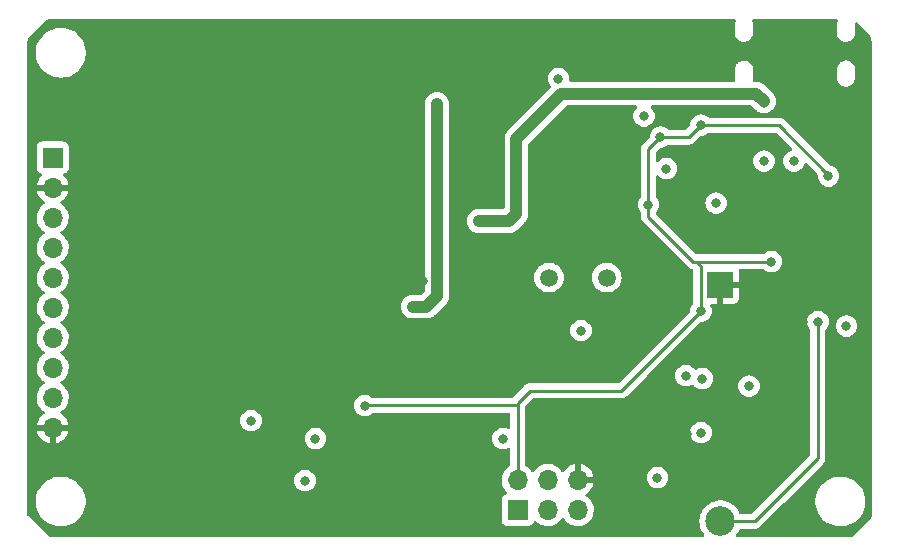
<source format=gbr>
%TF.GenerationSoftware,KiCad,Pcbnew,(6.0.2)*%
%TF.CreationDate,2023-05-20T08:16:15+01:00*%
%TF.ProjectId,Main Board,4d61696e-2042-46f6-9172-642e6b696361,rev?*%
%TF.SameCoordinates,Original*%
%TF.FileFunction,Copper,L3,Inr*%
%TF.FilePolarity,Positive*%
%FSLAX46Y46*%
G04 Gerber Fmt 4.6, Leading zero omitted, Abs format (unit mm)*
G04 Created by KiCad (PCBNEW (6.0.2)) date 2023-05-20 08:16:15*
%MOMM*%
%LPD*%
G01*
G04 APERTURE LIST*
%TA.AperFunction,ComponentPad*%
%ADD10R,1.700000X1.700000*%
%TD*%
%TA.AperFunction,ComponentPad*%
%ADD11O,1.700000X1.700000*%
%TD*%
%TA.AperFunction,ComponentPad*%
%ADD12C,1.500000*%
%TD*%
%TA.AperFunction,ComponentPad*%
%ADD13R,2.170000X2.170000*%
%TD*%
%TA.AperFunction,ComponentPad*%
%ADD14C,2.500000*%
%TD*%
%TA.AperFunction,ViaPad*%
%ADD15C,0.800000*%
%TD*%
%TA.AperFunction,Conductor*%
%ADD16C,1.000000*%
%TD*%
%TA.AperFunction,Conductor*%
%ADD17C,0.500000*%
%TD*%
%TA.AperFunction,Conductor*%
%ADD18C,0.250000*%
%TD*%
G04 APERTURE END LIST*
D10*
%TO.N,MOSI*%
%TO.C,J2*%
X155682233Y-112727233D03*
D11*
%TO.N,+3V3*%
X155682233Y-110187233D03*
%TO.N,CLK*%
X158222233Y-112727233D03*
%TO.N,MISO*%
X158222233Y-110187233D03*
%TO.N,RESET*%
X160762233Y-112727233D03*
%TO.N,GND*%
X160762233Y-110187233D03*
%TD*%
D12*
%TO.N,/XTAL1*%
%TO.C,Y1*%
X163212233Y-93042233D03*
%TO.N,/XTAL2*%
X158332233Y-93042233D03*
%TD*%
D10*
%TO.N,+170VDC*%
%TO.C,J3*%
X116312233Y-82882233D03*
D11*
%TO.N,GND*%
X116312233Y-85422233D03*
%TO.N,CONFIG*%
X116312233Y-87962233D03*
%TO.N,+12V*%
X116312233Y-90502233D03*
%TO.N,POLARITY_COND*%
X116312233Y-93042233D03*
%TO.N,SHIFT_CLK_COND*%
X116312233Y-95582233D03*
%TO.N,LATCH_EN_COND*%
X116312233Y-98122233D03*
%TO.N,DATA_IN_COND*%
X116312233Y-100662233D03*
%TO.N,BLANKING_COND*%
X116312233Y-103202233D03*
%TO.N,GND*%
X116312233Y-105742233D03*
%TD*%
D13*
%TO.N,GND*%
%TO.C,BAT1*%
X172827233Y-93677233D03*
D14*
%TO.N,Net-(BAT1-PadPos)*%
X172827233Y-113677233D03*
%TD*%
D15*
%TO.N,GND*%
X124460000Y-95250000D03*
%TO.N,/VBUS*%
X154940000Y-88265000D03*
X153670000Y-88265000D03*
X152400000Y-88265000D03*
%TO.N,GND*%
X170053000Y-106299000D03*
X149733000Y-97409000D03*
X121920000Y-109220000D03*
X175895000Y-96520000D03*
X146685000Y-99695000D03*
X184785000Y-105410000D03*
X134620000Y-78105000D03*
X139827000Y-100965000D03*
X167005000Y-72390000D03*
X162433000Y-89027000D03*
X158115000Y-99695000D03*
X147701000Y-93345000D03*
X132080000Y-72390000D03*
X137160000Y-83820000D03*
X128270000Y-81280000D03*
X132080000Y-112395000D03*
X156210000Y-72390000D03*
X121920000Y-112395000D03*
X132991517Y-99997767D03*
X179197000Y-72517000D03*
X162560000Y-79756000D03*
X179451000Y-107950000D03*
X179832000Y-96774000D03*
X163576000Y-72644000D03*
X173355000Y-110490000D03*
X150495000Y-85090000D03*
X151003000Y-91694000D03*
X124587000Y-89154000D03*
X144145000Y-83185000D03*
X178435000Y-113665000D03*
X128270000Y-95885000D03*
X184785000Y-92075000D03*
X144018000Y-112776000D03*
X156845000Y-88265000D03*
X148590000Y-74930000D03*
X121920000Y-72390000D03*
X146685000Y-106680000D03*
X153035000Y-76835000D03*
X168783000Y-86106000D03*
X132080000Y-109220000D03*
X179578000Y-100076000D03*
X137033000Y-112776000D03*
X168910000Y-103505000D03*
X179324000Y-86106000D03*
%TO.N,Net-(BAT1-PadPos)*%
X181102000Y-96774000D03*
%TO.N,+3V3*%
X181991000Y-84455000D03*
X166751000Y-86868000D03*
X171196000Y-95885000D03*
X142748000Y-103886000D03*
X177165000Y-91694000D03*
X171196000Y-80137000D03*
X167767000Y-81153000D03*
%TO.N,+12V*%
X172481733Y-86741000D03*
X159131000Y-76200000D03*
X148844000Y-78359000D03*
X146812000Y-95504000D03*
%TO.N,CLK*%
X167513000Y-109982000D03*
%TO.N,RESET*%
X171323000Y-101600000D03*
%TO.N,SHIFT_CLK_COND*%
X138557000Y-106680000D03*
X133096000Y-105156000D03*
%TO.N,CONFIG*%
X169926000Y-101346000D03*
%TO.N,/VBUS_FET_EN*%
X166370000Y-79375000D03*
X168275000Y-83820000D03*
%TO.N,SCL*%
X183515000Y-97155000D03*
X175260000Y-102235000D03*
%TO.N,SHDN*%
X161036000Y-97536000D03*
X171196000Y-106172000D03*
%TO.N,/CC1*%
X176530000Y-83185000D03*
X179070000Y-83185000D03*
%TO.N,DATA_IN*%
X154432000Y-106680000D03*
X137668000Y-110236000D03*
%TO.N,/VBUS*%
X176530000Y-78232000D03*
%TD*%
D16*
%TO.N,/VBUS*%
X154940000Y-88265000D02*
X152400000Y-88265000D01*
X155575000Y-81280000D02*
X155575000Y-87630000D01*
X159385000Y-77470000D02*
X155575000Y-81280000D01*
X176530000Y-78105000D02*
X175895000Y-77470000D01*
X175895000Y-77470000D02*
X159385000Y-77470000D01*
X155575000Y-87630000D02*
X154940000Y-88265000D01*
D17*
X176530000Y-78232000D02*
X176530000Y-78105000D01*
D18*
%TO.N,Net-(BAT1-PadPos)*%
X175755767Y-113677233D02*
X181102000Y-108331000D01*
X172827233Y-113677233D02*
X175755767Y-113677233D01*
X181102000Y-108331000D02*
X181102000Y-96774000D01*
%TO.N,+3V3*%
X181991000Y-84328000D02*
X181991000Y-84455000D01*
X171196000Y-80137000D02*
X170180000Y-81153000D01*
X155682233Y-103866233D02*
X142767767Y-103866233D01*
X156718000Y-102616000D02*
X155682233Y-103651767D01*
X171196000Y-92075000D02*
X171196000Y-93472000D01*
X170561000Y-91694000D02*
X170815000Y-91694000D01*
X170561000Y-91694000D02*
X177165000Y-91694000D01*
X166751000Y-82169000D02*
X166751000Y-86868000D01*
X177800000Y-80137000D02*
X181991000Y-84328000D01*
X171196000Y-80137000D02*
X177800000Y-80137000D01*
X171196000Y-95885000D02*
X164465000Y-102616000D01*
X167767000Y-81153000D02*
X166751000Y-82169000D01*
X142767767Y-103866233D02*
X142748000Y-103886000D01*
X155682233Y-103651767D02*
X155682233Y-103866233D01*
X166751000Y-86868000D02*
X166751000Y-87884000D01*
X171196000Y-93472000D02*
X171196000Y-95885000D01*
X170180000Y-81153000D02*
X167767000Y-81153000D01*
X170815000Y-91694000D02*
X171196000Y-92075000D01*
X166751000Y-87884000D02*
X170307000Y-91440000D01*
X170307000Y-91440000D02*
X170561000Y-91694000D01*
X155682233Y-103866233D02*
X155682233Y-110187233D01*
X164465000Y-102616000D02*
X156718000Y-102616000D01*
D16*
%TO.N,+12V*%
X148844000Y-94615000D02*
X147955000Y-95504000D01*
X148844000Y-78359000D02*
X148844000Y-94615000D01*
X147955000Y-95504000D02*
X146812000Y-95504000D01*
%TD*%
%TA.AperFunction,Conductor*%
%TO.N,GND*%
G36*
X174076441Y-71195235D02*
G01*
X174122934Y-71248891D01*
X174133038Y-71319165D01*
X174126418Y-71345152D01*
X174124793Y-71349521D01*
X174121464Y-71356041D01*
X174079425Y-71527843D01*
X174078733Y-71538997D01*
X174078733Y-72366526D01*
X174094051Y-72497914D01*
X174096546Y-72504789D01*
X174096547Y-72504791D01*
X174114141Y-72553260D01*
X174154400Y-72664170D01*
X174158411Y-72670287D01*
X174158412Y-72670290D01*
X174237220Y-72790492D01*
X174251377Y-72812085D01*
X174379780Y-72933723D01*
X174532723Y-73022559D01*
X174539727Y-73024680D01*
X174539731Y-73024682D01*
X174670721Y-73064354D01*
X174702000Y-73073828D01*
X174878531Y-73084780D01*
X174885747Y-73083540D01*
X174885749Y-73083540D01*
X175045631Y-73056067D01*
X175045632Y-73056067D01*
X175052847Y-73054827D01*
X175215597Y-72985576D01*
X175221485Y-72981243D01*
X175221490Y-72981240D01*
X175352156Y-72885079D01*
X175358051Y-72880741D01*
X175362790Y-72875163D01*
X175362793Y-72875160D01*
X175467827Y-72751527D01*
X175467830Y-72751523D01*
X175472566Y-72745948D01*
X175553002Y-72588425D01*
X175562322Y-72550339D01*
X175593706Y-72422077D01*
X175595041Y-72416623D01*
X175595733Y-72405469D01*
X175595733Y-71577940D01*
X175580415Y-71446552D01*
X175577919Y-71439674D01*
X175577917Y-71439668D01*
X175543272Y-71344225D01*
X175538830Y-71273368D01*
X175573402Y-71211357D01*
X175636011Y-71177882D01*
X175661710Y-71175233D01*
X182648320Y-71175233D01*
X182716441Y-71195235D01*
X182762934Y-71248891D01*
X182773038Y-71319165D01*
X182766418Y-71345152D01*
X182764793Y-71349521D01*
X182761464Y-71356041D01*
X182719425Y-71527843D01*
X182718733Y-71538997D01*
X182718733Y-72366526D01*
X182734051Y-72497914D01*
X182736546Y-72504789D01*
X182736547Y-72504791D01*
X182754141Y-72553260D01*
X182794400Y-72664170D01*
X182798411Y-72670287D01*
X182798412Y-72670290D01*
X182877220Y-72790492D01*
X182891377Y-72812085D01*
X183019780Y-72933723D01*
X183172723Y-73022559D01*
X183179727Y-73024680D01*
X183179731Y-73024682D01*
X183310721Y-73064354D01*
X183342000Y-73073828D01*
X183518531Y-73084780D01*
X183525747Y-73083540D01*
X183525749Y-73083540D01*
X183685631Y-73056067D01*
X183685632Y-73056067D01*
X183692847Y-73054827D01*
X183855597Y-72985576D01*
X183861485Y-72981243D01*
X183861490Y-72981240D01*
X183992156Y-72885079D01*
X183998051Y-72880741D01*
X184002790Y-72875163D01*
X184002793Y-72875160D01*
X184107827Y-72751527D01*
X184107830Y-72751523D01*
X184112566Y-72745948D01*
X184193002Y-72588425D01*
X184202322Y-72550339D01*
X184233706Y-72422077D01*
X184235041Y-72416623D01*
X184235733Y-72405469D01*
X184235733Y-71577940D01*
X184232529Y-71550460D01*
X184244510Y-71480483D01*
X184292421Y-71428090D01*
X184361052Y-71409917D01*
X184428614Y-71431734D01*
X184446777Y-71446777D01*
X185516881Y-72516881D01*
X185547099Y-72565475D01*
X185573702Y-72643846D01*
X185577968Y-72659766D01*
X185625580Y-72899127D01*
X185627731Y-72915467D01*
X185641497Y-73125501D01*
X185640472Y-73148537D01*
X185640429Y-73152087D01*
X185639047Y-73160963D01*
X185640871Y-73174911D01*
X185643169Y-73192484D01*
X185644233Y-73208822D01*
X185644233Y-113117905D01*
X185642733Y-113137289D01*
X185639047Y-113160963D01*
X185641174Y-113177232D01*
X185641967Y-113201799D01*
X185634111Y-113321669D01*
X185609697Y-113388336D01*
X185597476Y-113402524D01*
X184036905Y-114963095D01*
X183974593Y-114997121D01*
X183947810Y-115000000D01*
X174284324Y-115000000D01*
X174216203Y-114979998D01*
X174169710Y-114926342D01*
X174159606Y-114856068D01*
X174189592Y-114790922D01*
X174232490Y-114742007D01*
X174232494Y-114742002D01*
X174235572Y-114738492D01*
X174376966Y-114518670D01*
X174437188Y-114384982D01*
X174483404Y-114331088D01*
X174552070Y-114310733D01*
X175677000Y-114310733D01*
X175688183Y-114311260D01*
X175695676Y-114312935D01*
X175703602Y-114312686D01*
X175703603Y-114312686D01*
X175763753Y-114310795D01*
X175767712Y-114310733D01*
X175795623Y-114310733D01*
X175799558Y-114310236D01*
X175799623Y-114310228D01*
X175811460Y-114309295D01*
X175843718Y-114308281D01*
X175847737Y-114308155D01*
X175855656Y-114307906D01*
X175875110Y-114302254D01*
X175894467Y-114298246D01*
X175906697Y-114296701D01*
X175906698Y-114296701D01*
X175914564Y-114295707D01*
X175921935Y-114292788D01*
X175921937Y-114292788D01*
X175955679Y-114279429D01*
X175966909Y-114275584D01*
X176001750Y-114265462D01*
X176001751Y-114265462D01*
X176009360Y-114263251D01*
X176016179Y-114259218D01*
X176016184Y-114259216D01*
X176026795Y-114252940D01*
X176044543Y-114244245D01*
X176063384Y-114236785D01*
X176099154Y-114210797D01*
X176109074Y-114204281D01*
X176140302Y-114185813D01*
X176140305Y-114185811D01*
X176147129Y-114181775D01*
X176161450Y-114167454D01*
X176176484Y-114154613D01*
X176186461Y-114147364D01*
X176192874Y-114142705D01*
X176221065Y-114108628D01*
X176229055Y-114099849D01*
X178196201Y-112132703D01*
X180890743Y-112132703D01*
X180928268Y-112417734D01*
X181004129Y-112695036D01*
X181005813Y-112698984D01*
X181099256Y-112918056D01*
X181116923Y-112959476D01*
X181128693Y-112979142D01*
X181259646Y-113197948D01*
X181264561Y-113206161D01*
X181444313Y-113430528D01*
X181461397Y-113446740D01*
X181649631Y-113625367D01*
X181652851Y-113628423D01*
X181886317Y-113796186D01*
X181890112Y-113798195D01*
X181890113Y-113798196D01*
X181911869Y-113809715D01*
X182140392Y-113930712D01*
X182164699Y-113939607D01*
X182405829Y-114027848D01*
X182410373Y-114029511D01*
X182691264Y-114090755D01*
X182719841Y-114093004D01*
X182914282Y-114108307D01*
X182914291Y-114108307D01*
X182916739Y-114108500D01*
X183072271Y-114108500D01*
X183074407Y-114108354D01*
X183074418Y-114108354D01*
X183282548Y-114094165D01*
X183282554Y-114094164D01*
X183286825Y-114093873D01*
X183291020Y-114093004D01*
X183291022Y-114093004D01*
X183454661Y-114059116D01*
X183568342Y-114035574D01*
X183839343Y-113939607D01*
X183940359Y-113887469D01*
X184091005Y-113809715D01*
X184091006Y-113809715D01*
X184094812Y-113807750D01*
X184098313Y-113805289D01*
X184098317Y-113805287D01*
X184212418Y-113725095D01*
X184330023Y-113642441D01*
X184453261Y-113527921D01*
X184537479Y-113449661D01*
X184537481Y-113449658D01*
X184540622Y-113446740D01*
X184722713Y-113224268D01*
X184872927Y-112979142D01*
X184988483Y-112715898D01*
X185067244Y-112439406D01*
X185107751Y-112154784D01*
X185107845Y-112136951D01*
X185109235Y-111871583D01*
X185109235Y-111871576D01*
X185109257Y-111867297D01*
X185103593Y-111824270D01*
X185072663Y-111589337D01*
X185071732Y-111582266D01*
X185058427Y-111533629D01*
X185040434Y-111467858D01*
X184995871Y-111304964D01*
X184910491Y-111104794D01*
X184884763Y-111044476D01*
X184884761Y-111044472D01*
X184883077Y-111040524D01*
X184794937Y-110893253D01*
X184737643Y-110797521D01*
X184737640Y-110797517D01*
X184735439Y-110793839D01*
X184555687Y-110569472D01*
X184404423Y-110425928D01*
X184350258Y-110374527D01*
X184350255Y-110374525D01*
X184347149Y-110371577D01*
X184113683Y-110203814D01*
X184091843Y-110192250D01*
X184053461Y-110171928D01*
X183859608Y-110069288D01*
X183639022Y-109988565D01*
X183593658Y-109971964D01*
X183593656Y-109971963D01*
X183589627Y-109970489D01*
X183308736Y-109909245D01*
X183277685Y-109906801D01*
X183085718Y-109891693D01*
X183085709Y-109891693D01*
X183083261Y-109891500D01*
X182927729Y-109891500D01*
X182925593Y-109891646D01*
X182925582Y-109891646D01*
X182717452Y-109905835D01*
X182717446Y-109905836D01*
X182713175Y-109906127D01*
X182708980Y-109906996D01*
X182708978Y-109906996D01*
X182582284Y-109933233D01*
X182431658Y-109964426D01*
X182160657Y-110060393D01*
X181905188Y-110192250D01*
X181901687Y-110194711D01*
X181901683Y-110194713D01*
X181891594Y-110201804D01*
X181669977Y-110357559D01*
X181603466Y-110419365D01*
X181491025Y-110523852D01*
X181459378Y-110553260D01*
X181277287Y-110775732D01*
X181127073Y-111020858D01*
X181125347Y-111024791D01*
X181125346Y-111024792D01*
X181103583Y-111074370D01*
X181011517Y-111284102D01*
X180932756Y-111560594D01*
X180892249Y-111845216D01*
X180892227Y-111849505D01*
X180892226Y-111849512D01*
X180891003Y-112083073D01*
X180890743Y-112132703D01*
X178196201Y-112132703D01*
X181494247Y-108834657D01*
X181502537Y-108827113D01*
X181509018Y-108823000D01*
X181555659Y-108773332D01*
X181558413Y-108770491D01*
X181578134Y-108750770D01*
X181580612Y-108747575D01*
X181588318Y-108738553D01*
X181613158Y-108712101D01*
X181618586Y-108706321D01*
X181628346Y-108688568D01*
X181639199Y-108672045D01*
X181646753Y-108662306D01*
X181651613Y-108656041D01*
X181669176Y-108615457D01*
X181674383Y-108604827D01*
X181695695Y-108566060D01*
X181697666Y-108558383D01*
X181697668Y-108558378D01*
X181700732Y-108546442D01*
X181707138Y-108527730D01*
X181712033Y-108516419D01*
X181715181Y-108509145D01*
X181716421Y-108501317D01*
X181716423Y-108501310D01*
X181722099Y-108465476D01*
X181724505Y-108453856D01*
X181733528Y-108418711D01*
X181733528Y-108418710D01*
X181735500Y-108411030D01*
X181735500Y-108390776D01*
X181737051Y-108371065D01*
X181738980Y-108358886D01*
X181740220Y-108351057D01*
X181736059Y-108307038D01*
X181735500Y-108295181D01*
X181735500Y-97476524D01*
X181755502Y-97408403D01*
X181767858Y-97392221D01*
X181841040Y-97310944D01*
X181928926Y-97158721D01*
X181931075Y-97155000D01*
X182601496Y-97155000D01*
X182602186Y-97161565D01*
X182618402Y-97315847D01*
X182621458Y-97344928D01*
X182680473Y-97526556D01*
X182683776Y-97532278D01*
X182683777Y-97532279D01*
X182689716Y-97542565D01*
X182775960Y-97691944D01*
X182903747Y-97833866D01*
X183058248Y-97946118D01*
X183064276Y-97948802D01*
X183064278Y-97948803D01*
X183226681Y-98021109D01*
X183232712Y-98023794D01*
X183326112Y-98043647D01*
X183413056Y-98062128D01*
X183413061Y-98062128D01*
X183419513Y-98063500D01*
X183610487Y-98063500D01*
X183616939Y-98062128D01*
X183616944Y-98062128D01*
X183703887Y-98043647D01*
X183797288Y-98023794D01*
X183803319Y-98021109D01*
X183965722Y-97948803D01*
X183965724Y-97948802D01*
X183971752Y-97946118D01*
X184126253Y-97833866D01*
X184254040Y-97691944D01*
X184340284Y-97542565D01*
X184346223Y-97532279D01*
X184346224Y-97532278D01*
X184349527Y-97526556D01*
X184408542Y-97344928D01*
X184411599Y-97315847D01*
X184427814Y-97161565D01*
X184428504Y-97155000D01*
X184411598Y-96994148D01*
X184409232Y-96971635D01*
X184409232Y-96971633D01*
X184408542Y-96965072D01*
X184349527Y-96783444D01*
X184344075Y-96774000D01*
X184281625Y-96665834D01*
X184254040Y-96618056D01*
X184208744Y-96567749D01*
X184130675Y-96481045D01*
X184130674Y-96481044D01*
X184126253Y-96476134D01*
X183971752Y-96363882D01*
X183965724Y-96361198D01*
X183965722Y-96361197D01*
X183803319Y-96288891D01*
X183803318Y-96288891D01*
X183797288Y-96286206D01*
X183684721Y-96262279D01*
X183616944Y-96247872D01*
X183616939Y-96247872D01*
X183610487Y-96246500D01*
X183419513Y-96246500D01*
X183413061Y-96247872D01*
X183413056Y-96247872D01*
X183345279Y-96262279D01*
X183232712Y-96286206D01*
X183226682Y-96288891D01*
X183226681Y-96288891D01*
X183064278Y-96361197D01*
X183064276Y-96361198D01*
X183058248Y-96363882D01*
X182903747Y-96476134D01*
X182899326Y-96481044D01*
X182899325Y-96481045D01*
X182821257Y-96567749D01*
X182775960Y-96618056D01*
X182748375Y-96665834D01*
X182685926Y-96774000D01*
X182680473Y-96783444D01*
X182621458Y-96965072D01*
X182620768Y-96971633D01*
X182620768Y-96971635D01*
X182618402Y-96994148D01*
X182601496Y-97155000D01*
X181931075Y-97155000D01*
X181933223Y-97151279D01*
X181933224Y-97151278D01*
X181936527Y-97145556D01*
X181995542Y-96963928D01*
X181999224Y-96928902D01*
X182014814Y-96780565D01*
X182015504Y-96774000D01*
X182014814Y-96767435D01*
X181996232Y-96590635D01*
X181996232Y-96590633D01*
X181995542Y-96584072D01*
X181936527Y-96402444D01*
X181841040Y-96237056D01*
X181828443Y-96223065D01*
X181717675Y-96100045D01*
X181717674Y-96100044D01*
X181713253Y-96095134D01*
X181558752Y-95982882D01*
X181552724Y-95980198D01*
X181552722Y-95980197D01*
X181390319Y-95907891D01*
X181390318Y-95907891D01*
X181384288Y-95905206D01*
X181282730Y-95883619D01*
X181203944Y-95866872D01*
X181203939Y-95866872D01*
X181197487Y-95865500D01*
X181006513Y-95865500D01*
X181000061Y-95866872D01*
X181000056Y-95866872D01*
X180921270Y-95883619D01*
X180819712Y-95905206D01*
X180813682Y-95907891D01*
X180813681Y-95907891D01*
X180651278Y-95980197D01*
X180651276Y-95980198D01*
X180645248Y-95982882D01*
X180490747Y-96095134D01*
X180486326Y-96100044D01*
X180486325Y-96100045D01*
X180375558Y-96223065D01*
X180362960Y-96237056D01*
X180267473Y-96402444D01*
X180208458Y-96584072D01*
X180207768Y-96590633D01*
X180207768Y-96590635D01*
X180189186Y-96767435D01*
X180188496Y-96774000D01*
X180189186Y-96780565D01*
X180204777Y-96928902D01*
X180208458Y-96963928D01*
X180267473Y-97145556D01*
X180270776Y-97151278D01*
X180270777Y-97151279D01*
X180275074Y-97158721D01*
X180362960Y-97310944D01*
X180436137Y-97392215D01*
X180466853Y-97456221D01*
X180468500Y-97476524D01*
X180468500Y-108016405D01*
X180448498Y-108084526D01*
X180431595Y-108105500D01*
X175530267Y-113006828D01*
X175467955Y-113040854D01*
X175441172Y-113043733D01*
X174553946Y-113043733D01*
X174485825Y-113023731D01*
X174439332Y-112970075D01*
X174436513Y-112963399D01*
X174420575Y-112922413D01*
X174420571Y-112922406D01*
X174418880Y-112918056D01*
X174289184Y-112691135D01*
X174127371Y-112485876D01*
X173936996Y-112306790D01*
X173722242Y-112157809D01*
X173716108Y-112154784D01*
X173492014Y-112044273D01*
X173492011Y-112044272D01*
X173487826Y-112042208D01*
X173441682Y-112027437D01*
X173243356Y-111963953D01*
X173238898Y-111962526D01*
X172980926Y-111920512D01*
X172867175Y-111919023D01*
X172724255Y-111917152D01*
X172724252Y-111917152D01*
X172719578Y-111917091D01*
X172460595Y-111952337D01*
X172209666Y-112025476D01*
X172205413Y-112027436D01*
X172205412Y-112027437D01*
X172168892Y-112044273D01*
X171972305Y-112134901D01*
X171935493Y-112159036D01*
X171757637Y-112275643D01*
X171757632Y-112275647D01*
X171753724Y-112278209D01*
X171558727Y-112452251D01*
X171391596Y-112653203D01*
X171389167Y-112657206D01*
X171308299Y-112790473D01*
X171256004Y-112876652D01*
X171154930Y-113117688D01*
X171090592Y-113371016D01*
X171090124Y-113375667D01*
X171090123Y-113375671D01*
X171084303Y-113433475D01*
X171064406Y-113631072D01*
X171064630Y-113635738D01*
X171064630Y-113635744D01*
X171070676Y-113761607D01*
X171076946Y-113892141D01*
X171127937Y-114148489D01*
X171216259Y-114394485D01*
X171218475Y-114398609D01*
X171282986Y-114518670D01*
X171339970Y-114624724D01*
X171342765Y-114628467D01*
X171342767Y-114628470D01*
X171469818Y-114798611D01*
X171494550Y-114865161D01*
X171479376Y-114934517D01*
X171429114Y-114984659D01*
X171368860Y-115000000D01*
X116052190Y-115000000D01*
X115984069Y-114979998D01*
X115963095Y-114963095D01*
X114197138Y-113197138D01*
X114163112Y-113134826D01*
X114160233Y-113108043D01*
X114160233Y-112132703D01*
X114890743Y-112132703D01*
X114928268Y-112417734D01*
X115004129Y-112695036D01*
X115005813Y-112698984D01*
X115099256Y-112918056D01*
X115116923Y-112959476D01*
X115128693Y-112979142D01*
X115259646Y-113197948D01*
X115264561Y-113206161D01*
X115444313Y-113430528D01*
X115461397Y-113446740D01*
X115649631Y-113625367D01*
X115652851Y-113628423D01*
X115886317Y-113796186D01*
X115890112Y-113798195D01*
X115890113Y-113798196D01*
X115911869Y-113809715D01*
X116140392Y-113930712D01*
X116164699Y-113939607D01*
X116405829Y-114027848D01*
X116410373Y-114029511D01*
X116691264Y-114090755D01*
X116719841Y-114093004D01*
X116914282Y-114108307D01*
X116914291Y-114108307D01*
X116916739Y-114108500D01*
X117072271Y-114108500D01*
X117074407Y-114108354D01*
X117074418Y-114108354D01*
X117282548Y-114094165D01*
X117282554Y-114094164D01*
X117286825Y-114093873D01*
X117291020Y-114093004D01*
X117291022Y-114093004D01*
X117454661Y-114059116D01*
X117568342Y-114035574D01*
X117839343Y-113939607D01*
X117940359Y-113887469D01*
X118091005Y-113809715D01*
X118091006Y-113809715D01*
X118094812Y-113807750D01*
X118098313Y-113805289D01*
X118098317Y-113805287D01*
X118212418Y-113725095D01*
X118330023Y-113642441D01*
X118453261Y-113527921D01*
X118537479Y-113449661D01*
X118537481Y-113449658D01*
X118540622Y-113446740D01*
X118722713Y-113224268D01*
X118872927Y-112979142D01*
X118988483Y-112715898D01*
X119067244Y-112439406D01*
X119107751Y-112154784D01*
X119107845Y-112136951D01*
X119109235Y-111871583D01*
X119109235Y-111871576D01*
X119109257Y-111867297D01*
X119103593Y-111824270D01*
X119072663Y-111589337D01*
X119071732Y-111582266D01*
X119058427Y-111533629D01*
X119040434Y-111467858D01*
X118995871Y-111304964D01*
X118910491Y-111104794D01*
X118884763Y-111044476D01*
X118884761Y-111044472D01*
X118883077Y-111040524D01*
X118794937Y-110893253D01*
X118737643Y-110797521D01*
X118737640Y-110797517D01*
X118735439Y-110793839D01*
X118555687Y-110569472D01*
X118404423Y-110425928D01*
X118350258Y-110374527D01*
X118350255Y-110374525D01*
X118347149Y-110371577D01*
X118158474Y-110236000D01*
X136754496Y-110236000D01*
X136755186Y-110242565D01*
X136769056Y-110374527D01*
X136774458Y-110425928D01*
X136833473Y-110607556D01*
X136928960Y-110772944D01*
X136933378Y-110777851D01*
X136933379Y-110777852D01*
X137052325Y-110909955D01*
X137056747Y-110914866D01*
X137211248Y-111027118D01*
X137217276Y-111029802D01*
X137217278Y-111029803D01*
X137316648Y-111074045D01*
X137385712Y-111104794D01*
X137479112Y-111124647D01*
X137566056Y-111143128D01*
X137566061Y-111143128D01*
X137572513Y-111144500D01*
X137763487Y-111144500D01*
X137769939Y-111143128D01*
X137769944Y-111143128D01*
X137856888Y-111124647D01*
X137950288Y-111104794D01*
X138019352Y-111074045D01*
X138118722Y-111029803D01*
X138118724Y-111029802D01*
X138124752Y-111027118D01*
X138279253Y-110914866D01*
X138283675Y-110909955D01*
X138402621Y-110777852D01*
X138402622Y-110777851D01*
X138407040Y-110772944D01*
X138502527Y-110607556D01*
X138561542Y-110425928D01*
X138566945Y-110374527D01*
X138580814Y-110242565D01*
X138581504Y-110236000D01*
X138572878Y-110153928D01*
X138562232Y-110052635D01*
X138562232Y-110052633D01*
X138561542Y-110046072D01*
X138502527Y-109864444D01*
X138407040Y-109699056D01*
X138327254Y-109610444D01*
X138283675Y-109562045D01*
X138283674Y-109562044D01*
X138279253Y-109557134D01*
X138124752Y-109444882D01*
X138118724Y-109442198D01*
X138118722Y-109442197D01*
X137956319Y-109369891D01*
X137956318Y-109369891D01*
X137950288Y-109367206D01*
X137856888Y-109347353D01*
X137769944Y-109328872D01*
X137769939Y-109328872D01*
X137763487Y-109327500D01*
X137572513Y-109327500D01*
X137566061Y-109328872D01*
X137566056Y-109328872D01*
X137479113Y-109347353D01*
X137385712Y-109367206D01*
X137379682Y-109369891D01*
X137379681Y-109369891D01*
X137217278Y-109442197D01*
X137217276Y-109442198D01*
X137211248Y-109444882D01*
X137056747Y-109557134D01*
X137052326Y-109562044D01*
X137052325Y-109562045D01*
X137008747Y-109610444D01*
X136928960Y-109699056D01*
X136833473Y-109864444D01*
X136774458Y-110046072D01*
X136773768Y-110052633D01*
X136773768Y-110052635D01*
X136763122Y-110153928D01*
X136754496Y-110236000D01*
X118158474Y-110236000D01*
X118113683Y-110203814D01*
X118091843Y-110192250D01*
X118053461Y-110171928D01*
X117859608Y-110069288D01*
X117639022Y-109988565D01*
X117593658Y-109971964D01*
X117593656Y-109971963D01*
X117589627Y-109970489D01*
X117308736Y-109909245D01*
X117277685Y-109906801D01*
X117085718Y-109891693D01*
X117085709Y-109891693D01*
X117083261Y-109891500D01*
X116927729Y-109891500D01*
X116925593Y-109891646D01*
X116925582Y-109891646D01*
X116717452Y-109905835D01*
X116717446Y-109905836D01*
X116713175Y-109906127D01*
X116708980Y-109906996D01*
X116708978Y-109906996D01*
X116582284Y-109933233D01*
X116431658Y-109964426D01*
X116160657Y-110060393D01*
X115905188Y-110192250D01*
X115901687Y-110194711D01*
X115901683Y-110194713D01*
X115891594Y-110201804D01*
X115669977Y-110357559D01*
X115603466Y-110419365D01*
X115491025Y-110523852D01*
X115459378Y-110553260D01*
X115277287Y-110775732D01*
X115127073Y-111020858D01*
X115125347Y-111024791D01*
X115125346Y-111024792D01*
X115103583Y-111074370D01*
X115011517Y-111284102D01*
X114932756Y-111560594D01*
X114892249Y-111845216D01*
X114892227Y-111849505D01*
X114892226Y-111849512D01*
X114891003Y-112083073D01*
X114890743Y-112132703D01*
X114160233Y-112132703D01*
X114160233Y-106010199D01*
X114980490Y-106010199D01*
X115010798Y-106144679D01*
X115013878Y-106154508D01*
X115094003Y-106351836D01*
X115098646Y-106361027D01*
X115209927Y-106542621D01*
X115216010Y-106550932D01*
X115355446Y-106711900D01*
X115362813Y-106719116D01*
X115526667Y-106855149D01*
X115535114Y-106861064D01*
X115718989Y-106968512D01*
X115728275Y-106972962D01*
X115927234Y-107048936D01*
X115937132Y-107051812D01*
X116040483Y-107072839D01*
X116054532Y-107071643D01*
X116058233Y-107061298D01*
X116058233Y-107060750D01*
X116566233Y-107060750D01*
X116570297Y-107074592D01*
X116583711Y-107076626D01*
X116590417Y-107075767D01*
X116600495Y-107073625D01*
X116804488Y-107012424D01*
X116814075Y-107008666D01*
X117005328Y-106914972D01*
X117014178Y-106909697D01*
X117187561Y-106786025D01*
X117195433Y-106779372D01*
X117295152Y-106680000D01*
X137643496Y-106680000D01*
X137644186Y-106686565D01*
X137661905Y-106855149D01*
X137663458Y-106869928D01*
X137722473Y-107051556D01*
X137725776Y-107057278D01*
X137725777Y-107057279D01*
X137735773Y-107074592D01*
X137817960Y-107216944D01*
X137945747Y-107358866D01*
X138100248Y-107471118D01*
X138106276Y-107473802D01*
X138106278Y-107473803D01*
X138268681Y-107546109D01*
X138274712Y-107548794D01*
X138368113Y-107568647D01*
X138455056Y-107587128D01*
X138455061Y-107587128D01*
X138461513Y-107588500D01*
X138652487Y-107588500D01*
X138658939Y-107587128D01*
X138658944Y-107587128D01*
X138745888Y-107568647D01*
X138839288Y-107548794D01*
X138845319Y-107546109D01*
X139007722Y-107473803D01*
X139007724Y-107473802D01*
X139013752Y-107471118D01*
X139168253Y-107358866D01*
X139296040Y-107216944D01*
X139378227Y-107074592D01*
X139388223Y-107057279D01*
X139388224Y-107057278D01*
X139391527Y-107051556D01*
X139450542Y-106869928D01*
X139452096Y-106855149D01*
X139469814Y-106686565D01*
X139470504Y-106680000D01*
X139469814Y-106673435D01*
X139451232Y-106496635D01*
X139451232Y-106496633D01*
X139450542Y-106490072D01*
X139391527Y-106308444D01*
X139296040Y-106143056D01*
X139168253Y-106001134D01*
X139013752Y-105888882D01*
X139007724Y-105886198D01*
X139007722Y-105886197D01*
X138845319Y-105813891D01*
X138845318Y-105813891D01*
X138839288Y-105811206D01*
X138745888Y-105791353D01*
X138658944Y-105772872D01*
X138658939Y-105772872D01*
X138652487Y-105771500D01*
X138461513Y-105771500D01*
X138455061Y-105772872D01*
X138455056Y-105772872D01*
X138368113Y-105791353D01*
X138274712Y-105811206D01*
X138268682Y-105813891D01*
X138268681Y-105813891D01*
X138106278Y-105886197D01*
X138106276Y-105886198D01*
X138100248Y-105888882D01*
X137945747Y-106001134D01*
X137817960Y-106143056D01*
X137722473Y-106308444D01*
X137663458Y-106490072D01*
X137662768Y-106496633D01*
X137662768Y-106496635D01*
X137644186Y-106673435D01*
X137643496Y-106680000D01*
X117295152Y-106680000D01*
X117346285Y-106629045D01*
X117352963Y-106621198D01*
X117477236Y-106448253D01*
X117482546Y-106439416D01*
X117576903Y-106248500D01*
X117580702Y-106238905D01*
X117642610Y-106035143D01*
X117644788Y-106025070D01*
X117646219Y-106014195D01*
X117644008Y-106000011D01*
X117630850Y-105996233D01*
X116584348Y-105996233D01*
X116569109Y-106000708D01*
X116567904Y-106002098D01*
X116566233Y-106009781D01*
X116566233Y-107060750D01*
X116058233Y-107060750D01*
X116058233Y-106014348D01*
X116053758Y-105999109D01*
X116052368Y-105997904D01*
X116044685Y-105996233D01*
X114995458Y-105996233D01*
X114981927Y-106000206D01*
X114980490Y-106010199D01*
X114160233Y-106010199D01*
X114160233Y-103168928D01*
X114949484Y-103168928D01*
X114949781Y-103174081D01*
X114949781Y-103174084D01*
X114955244Y-103268823D01*
X114962343Y-103391948D01*
X114963480Y-103396994D01*
X114963481Y-103397000D01*
X114983352Y-103485172D01*
X115011455Y-103609872D01*
X115095499Y-103816849D01*
X115212220Y-104007321D01*
X115358483Y-104176171D01*
X115530359Y-104318865D01*
X115604188Y-104362007D01*
X115652912Y-104413645D01*
X115665983Y-104483428D01*
X115639252Y-104549200D01*
X115598795Y-104582560D01*
X115590690Y-104586779D01*
X115581971Y-104592269D01*
X115411666Y-104720138D01*
X115403959Y-104726981D01*
X115256823Y-104880950D01*
X115250337Y-104888960D01*
X115130331Y-105064882D01*
X115125233Y-105073856D01*
X115035571Y-105267016D01*
X115032008Y-105276703D01*
X114976622Y-105476416D01*
X114978145Y-105484840D01*
X114990525Y-105488233D01*
X117630577Y-105488233D01*
X117644108Y-105484260D01*
X117645413Y-105475180D01*
X117603447Y-105308108D01*
X117600127Y-105298357D01*
X117538229Y-105156000D01*
X132182496Y-105156000D01*
X132183186Y-105162565D01*
X132197824Y-105301834D01*
X132202458Y-105345928D01*
X132261473Y-105527556D01*
X132356960Y-105692944D01*
X132484747Y-105834866D01*
X132639248Y-105947118D01*
X132645276Y-105949802D01*
X132645278Y-105949803D01*
X132807681Y-106022109D01*
X132813712Y-106024794D01*
X132907113Y-106044647D01*
X132994056Y-106063128D01*
X132994061Y-106063128D01*
X133000513Y-106064500D01*
X133191487Y-106064500D01*
X133197939Y-106063128D01*
X133197944Y-106063128D01*
X133284887Y-106044647D01*
X133378288Y-106024794D01*
X133384319Y-106022109D01*
X133546722Y-105949803D01*
X133546724Y-105949802D01*
X133552752Y-105947118D01*
X133707253Y-105834866D01*
X133835040Y-105692944D01*
X133930527Y-105527556D01*
X133989542Y-105345928D01*
X133994177Y-105301834D01*
X134008814Y-105162565D01*
X134009504Y-105156000D01*
X134008814Y-105149435D01*
X133990232Y-104972635D01*
X133990232Y-104972633D01*
X133989542Y-104966072D01*
X133930527Y-104784444D01*
X133910337Y-104749473D01*
X133838341Y-104624774D01*
X133835040Y-104619056D01*
X133789744Y-104568749D01*
X133711675Y-104482045D01*
X133711674Y-104482044D01*
X133707253Y-104477134D01*
X133552752Y-104364882D01*
X133546724Y-104362198D01*
X133546722Y-104362197D01*
X133384319Y-104289891D01*
X133384318Y-104289891D01*
X133378288Y-104287206D01*
X133265721Y-104263279D01*
X133197944Y-104248872D01*
X133197939Y-104248872D01*
X133191487Y-104247500D01*
X133000513Y-104247500D01*
X132994061Y-104248872D01*
X132994056Y-104248872D01*
X132926279Y-104263279D01*
X132813712Y-104287206D01*
X132807682Y-104289891D01*
X132807681Y-104289891D01*
X132645278Y-104362197D01*
X132645276Y-104362198D01*
X132639248Y-104364882D01*
X132484747Y-104477134D01*
X132480326Y-104482044D01*
X132480325Y-104482045D01*
X132402257Y-104568749D01*
X132356960Y-104619056D01*
X132353659Y-104624774D01*
X132281664Y-104749473D01*
X132261473Y-104784444D01*
X132202458Y-104966072D01*
X132201768Y-104972633D01*
X132201768Y-104972635D01*
X132183186Y-105149435D01*
X132182496Y-105156000D01*
X117538229Y-105156000D01*
X117515205Y-105103047D01*
X117510338Y-105093972D01*
X117394659Y-104915159D01*
X117388369Y-104906990D01*
X117245039Y-104749473D01*
X117237506Y-104742448D01*
X117070372Y-104610455D01*
X117061789Y-104604753D01*
X117024835Y-104584353D01*
X116974864Y-104533920D01*
X116960092Y-104464478D01*
X116985208Y-104398072D01*
X117012560Y-104371465D01*
X117036030Y-104354724D01*
X117192093Y-104243406D01*
X117350329Y-104085722D01*
X117409827Y-104002922D01*
X117477668Y-103908510D01*
X117480686Y-103904310D01*
X117483686Y-103898241D01*
X117489736Y-103886000D01*
X141834496Y-103886000D01*
X141854458Y-104075928D01*
X141913473Y-104257556D01*
X142008960Y-104422944D01*
X142013378Y-104427851D01*
X142013379Y-104427852D01*
X142057753Y-104477134D01*
X142136747Y-104564866D01*
X142291248Y-104677118D01*
X142297276Y-104679802D01*
X142297278Y-104679803D01*
X142459681Y-104752109D01*
X142465712Y-104754794D01*
X142559112Y-104774647D01*
X142646056Y-104793128D01*
X142646061Y-104793128D01*
X142652513Y-104794500D01*
X142843487Y-104794500D01*
X142849939Y-104793128D01*
X142849944Y-104793128D01*
X142936888Y-104774647D01*
X143030288Y-104754794D01*
X143036319Y-104752109D01*
X143198722Y-104679803D01*
X143198724Y-104679802D01*
X143204752Y-104677118D01*
X143359253Y-104564866D01*
X143380363Y-104541421D01*
X143440806Y-104504183D01*
X143473997Y-104499733D01*
X154922733Y-104499733D01*
X154990854Y-104519735D01*
X155037347Y-104573391D01*
X155048733Y-104625733D01*
X155048733Y-105766087D01*
X155028731Y-105834208D01*
X154975075Y-105880701D01*
X154904801Y-105890805D01*
X154871484Y-105881194D01*
X154720319Y-105813891D01*
X154720318Y-105813891D01*
X154714288Y-105811206D01*
X154620888Y-105791353D01*
X154533944Y-105772872D01*
X154533939Y-105772872D01*
X154527487Y-105771500D01*
X154336513Y-105771500D01*
X154330061Y-105772872D01*
X154330056Y-105772872D01*
X154243113Y-105791353D01*
X154149712Y-105811206D01*
X154143682Y-105813891D01*
X154143681Y-105813891D01*
X153981278Y-105886197D01*
X153981276Y-105886198D01*
X153975248Y-105888882D01*
X153820747Y-106001134D01*
X153692960Y-106143056D01*
X153597473Y-106308444D01*
X153538458Y-106490072D01*
X153537768Y-106496633D01*
X153537768Y-106496635D01*
X153519186Y-106673435D01*
X153518496Y-106680000D01*
X153519186Y-106686565D01*
X153536905Y-106855149D01*
X153538458Y-106869928D01*
X153597473Y-107051556D01*
X153600776Y-107057278D01*
X153600777Y-107057279D01*
X153610773Y-107074592D01*
X153692960Y-107216944D01*
X153820747Y-107358866D01*
X153975248Y-107471118D01*
X153981276Y-107473802D01*
X153981278Y-107473803D01*
X154143681Y-107546109D01*
X154149712Y-107548794D01*
X154243113Y-107568647D01*
X154330056Y-107587128D01*
X154330061Y-107587128D01*
X154336513Y-107588500D01*
X154527487Y-107588500D01*
X154533939Y-107587128D01*
X154533944Y-107587128D01*
X154620888Y-107568647D01*
X154714288Y-107548794D01*
X154871485Y-107478806D01*
X154941851Y-107469372D01*
X155006148Y-107499478D01*
X155043962Y-107559567D01*
X155048733Y-107593913D01*
X155048733Y-108908925D01*
X155028731Y-108977046D01*
X154980916Y-109020686D01*
X154955840Y-109033740D01*
X154951707Y-109036843D01*
X154951704Y-109036845D01*
X154781333Y-109164763D01*
X154777198Y-109167868D01*
X154773626Y-109171606D01*
X154643242Y-109308045D01*
X154622862Y-109329371D01*
X154496976Y-109513913D01*
X154481132Y-109548047D01*
X154408382Y-109704774D01*
X154402921Y-109716538D01*
X154343222Y-109931803D01*
X154319484Y-110153928D01*
X154319781Y-110159081D01*
X154319781Y-110159084D01*
X154325244Y-110253823D01*
X154332343Y-110376948D01*
X154333480Y-110381994D01*
X154333481Y-110382000D01*
X154343381Y-110425928D01*
X154381455Y-110594872D01*
X154442906Y-110746209D01*
X154462247Y-110793839D01*
X154465499Y-110801849D01*
X154516096Y-110884416D01*
X154579524Y-110987921D01*
X154582220Y-110992321D01*
X154728483Y-111161171D01*
X154732463Y-111164475D01*
X154737214Y-111168420D01*
X154776849Y-111227323D01*
X154778346Y-111298304D01*
X154741230Y-111358826D01*
X154700958Y-111383345D01*
X154653362Y-111401188D01*
X154585528Y-111426618D01*
X154468972Y-111513972D01*
X154381618Y-111630528D01*
X154330488Y-111766917D01*
X154323733Y-111829099D01*
X154323733Y-113625367D01*
X154330488Y-113687549D01*
X154381618Y-113823938D01*
X154468972Y-113940494D01*
X154585528Y-114027848D01*
X154721917Y-114078978D01*
X154784099Y-114085733D01*
X156580367Y-114085733D01*
X156642549Y-114078978D01*
X156778938Y-114027848D01*
X156895494Y-113940494D01*
X156982848Y-113823938D01*
X156994192Y-113793679D01*
X157026831Y-113706615D01*
X157069473Y-113649851D01*
X157136035Y-113625151D01*
X157205383Y-113640359D01*
X157240050Y-113668347D01*
X157268483Y-113701171D01*
X157440359Y-113843865D01*
X157633233Y-113956571D01*
X157841925Y-114036263D01*
X157846993Y-114037294D01*
X157846996Y-114037295D01*
X157954250Y-114059116D01*
X158060830Y-114080800D01*
X158066005Y-114080990D01*
X158066007Y-114080990D01*
X158278906Y-114088797D01*
X158278910Y-114088797D01*
X158284070Y-114088986D01*
X158289190Y-114088330D01*
X158289192Y-114088330D01*
X158500521Y-114061258D01*
X158500522Y-114061258D01*
X158505649Y-114060601D01*
X158510599Y-114059116D01*
X158714662Y-113997894D01*
X158714667Y-113997892D01*
X158719617Y-113996407D01*
X158920227Y-113898129D01*
X159102093Y-113768406D01*
X159260329Y-113610722D01*
X159390686Y-113429310D01*
X159392009Y-113430261D01*
X159438878Y-113387090D01*
X159508813Y-113374858D01*
X159574259Y-113402377D01*
X159602108Y-113434227D01*
X159662220Y-113532321D01*
X159808483Y-113701171D01*
X159980359Y-113843865D01*
X160173233Y-113956571D01*
X160381925Y-114036263D01*
X160386993Y-114037294D01*
X160386996Y-114037295D01*
X160494250Y-114059116D01*
X160600830Y-114080800D01*
X160606005Y-114080990D01*
X160606007Y-114080990D01*
X160818906Y-114088797D01*
X160818910Y-114088797D01*
X160824070Y-114088986D01*
X160829190Y-114088330D01*
X160829192Y-114088330D01*
X161040521Y-114061258D01*
X161040522Y-114061258D01*
X161045649Y-114060601D01*
X161050599Y-114059116D01*
X161254662Y-113997894D01*
X161254667Y-113997892D01*
X161259617Y-113996407D01*
X161460227Y-113898129D01*
X161642093Y-113768406D01*
X161800329Y-113610722D01*
X161930686Y-113429310D01*
X161943925Y-113402524D01*
X162027369Y-113233686D01*
X162027370Y-113233684D01*
X162029663Y-113229044D01*
X162094603Y-113015302D01*
X162123762Y-112793823D01*
X162125389Y-112727233D01*
X162107085Y-112504594D01*
X162052664Y-112287935D01*
X161963587Y-112083073D01*
X161885602Y-111962526D01*
X161845055Y-111899850D01*
X161845053Y-111899847D01*
X161842247Y-111895510D01*
X161691903Y-111730284D01*
X161687852Y-111727085D01*
X161687848Y-111727081D01*
X161520647Y-111595033D01*
X161520643Y-111595031D01*
X161516592Y-111591831D01*
X161474802Y-111568762D01*
X161424831Y-111518330D01*
X161410059Y-111448887D01*
X161435175Y-111382481D01*
X161462527Y-111355874D01*
X161637561Y-111231025D01*
X161645433Y-111224372D01*
X161796285Y-111074045D01*
X161802963Y-111066198D01*
X161927236Y-110893253D01*
X161932546Y-110884416D01*
X162026903Y-110693500D01*
X162030702Y-110683905D01*
X162092610Y-110480143D01*
X162094788Y-110470070D01*
X162096219Y-110459195D01*
X162094008Y-110445011D01*
X162080850Y-110441233D01*
X160634233Y-110441233D01*
X160566112Y-110421231D01*
X160519619Y-110367575D01*
X160508233Y-110315233D01*
X160508233Y-109982000D01*
X166599496Y-109982000D01*
X166600186Y-109988565D01*
X166617027Y-110148795D01*
X166619458Y-110171928D01*
X166678473Y-110353556D01*
X166773960Y-110518944D01*
X166778378Y-110523851D01*
X166778379Y-110523852D01*
X166897325Y-110655955D01*
X166901747Y-110660866D01*
X167056248Y-110773118D01*
X167062276Y-110775802D01*
X167062278Y-110775803D01*
X167224681Y-110848109D01*
X167230712Y-110850794D01*
X167324112Y-110870647D01*
X167411056Y-110889128D01*
X167411061Y-110889128D01*
X167417513Y-110890500D01*
X167608487Y-110890500D01*
X167614939Y-110889128D01*
X167614944Y-110889128D01*
X167701888Y-110870647D01*
X167795288Y-110850794D01*
X167801319Y-110848109D01*
X167963722Y-110775803D01*
X167963724Y-110775802D01*
X167969752Y-110773118D01*
X168124253Y-110660866D01*
X168128675Y-110655955D01*
X168247621Y-110523852D01*
X168247622Y-110523851D01*
X168252040Y-110518944D01*
X168347527Y-110353556D01*
X168406542Y-110171928D01*
X168408974Y-110148795D01*
X168425814Y-109988565D01*
X168426504Y-109982000D01*
X168418499Y-109905835D01*
X168407232Y-109798635D01*
X168407232Y-109798633D01*
X168406542Y-109792072D01*
X168347527Y-109610444D01*
X168252040Y-109445056D01*
X168175599Y-109360159D01*
X168128675Y-109308045D01*
X168128674Y-109308044D01*
X168124253Y-109303134D01*
X167969752Y-109190882D01*
X167963724Y-109188198D01*
X167963722Y-109188197D01*
X167801319Y-109115891D01*
X167801318Y-109115891D01*
X167795288Y-109113206D01*
X167701887Y-109093353D01*
X167614944Y-109074872D01*
X167614939Y-109074872D01*
X167608487Y-109073500D01*
X167417513Y-109073500D01*
X167411061Y-109074872D01*
X167411056Y-109074872D01*
X167324113Y-109093353D01*
X167230712Y-109113206D01*
X167224682Y-109115891D01*
X167224681Y-109115891D01*
X167062278Y-109188197D01*
X167062276Y-109188198D01*
X167056248Y-109190882D01*
X166901747Y-109303134D01*
X166897326Y-109308044D01*
X166897325Y-109308045D01*
X166850402Y-109360159D01*
X166773960Y-109445056D01*
X166678473Y-109610444D01*
X166619458Y-109792072D01*
X166618768Y-109798633D01*
X166618768Y-109798635D01*
X166607501Y-109905835D01*
X166599496Y-109982000D01*
X160508233Y-109982000D01*
X160508233Y-109915118D01*
X161016233Y-109915118D01*
X161020708Y-109930357D01*
X161022098Y-109931562D01*
X161029781Y-109933233D01*
X162080577Y-109933233D01*
X162094108Y-109929260D01*
X162095413Y-109920180D01*
X162053447Y-109753108D01*
X162050127Y-109743357D01*
X161965205Y-109548047D01*
X161960338Y-109538972D01*
X161844659Y-109360159D01*
X161838369Y-109351990D01*
X161695039Y-109194473D01*
X161687506Y-109187448D01*
X161520372Y-109055455D01*
X161511785Y-109049750D01*
X161325350Y-108946832D01*
X161315938Y-108942602D01*
X161115192Y-108871513D01*
X161105221Y-108868879D01*
X161034070Y-108856205D01*
X161020773Y-108857665D01*
X161016233Y-108872222D01*
X161016233Y-109915118D01*
X160508233Y-109915118D01*
X160508233Y-108870335D01*
X160504315Y-108856991D01*
X160490039Y-108855004D01*
X160451557Y-108860893D01*
X160441521Y-108863284D01*
X160239101Y-108929445D01*
X160229592Y-108933442D01*
X160040696Y-109031775D01*
X160031971Y-109037269D01*
X159861666Y-109165138D01*
X159853959Y-109171981D01*
X159706823Y-109325950D01*
X159700342Y-109333955D01*
X159595731Y-109487307D01*
X159540820Y-109532309D01*
X159470295Y-109540480D01*
X159406548Y-109509226D01*
X159385851Y-109484742D01*
X159305055Y-109359850D01*
X159305053Y-109359847D01*
X159302247Y-109355510D01*
X159151903Y-109190284D01*
X159147852Y-109187085D01*
X159147848Y-109187081D01*
X158980647Y-109055033D01*
X158980643Y-109055031D01*
X158976592Y-109051831D01*
X158972064Y-109049331D01*
X158856221Y-108985383D01*
X158781022Y-108943871D01*
X158776153Y-108942147D01*
X158776149Y-108942145D01*
X158575320Y-108871028D01*
X158575316Y-108871027D01*
X158570445Y-108869302D01*
X158565352Y-108868395D01*
X158565349Y-108868394D01*
X158355606Y-108831033D01*
X158355600Y-108831032D01*
X158350517Y-108830127D01*
X158276685Y-108829225D01*
X158132314Y-108827461D01*
X158132312Y-108827461D01*
X158127144Y-108827398D01*
X157906324Y-108861188D01*
X157693989Y-108930590D01*
X157617086Y-108970623D01*
X157520208Y-109021055D01*
X157495840Y-109033740D01*
X157491707Y-109036843D01*
X157491704Y-109036845D01*
X157321333Y-109164763D01*
X157317198Y-109167868D01*
X157313626Y-109171606D01*
X157183242Y-109308045D01*
X157162862Y-109329371D01*
X157055434Y-109486854D01*
X157000526Y-109531854D01*
X156930001Y-109540025D01*
X156866254Y-109508771D01*
X156845557Y-109484287D01*
X156765055Y-109359850D01*
X156765053Y-109359847D01*
X156762247Y-109355510D01*
X156611903Y-109190284D01*
X156607852Y-109187085D01*
X156607848Y-109187081D01*
X156440647Y-109055033D01*
X156440643Y-109055031D01*
X156436592Y-109051831D01*
X156432068Y-109049334D01*
X156432064Y-109049331D01*
X156380841Y-109021055D01*
X156330869Y-108970623D01*
X156315733Y-108910746D01*
X156315733Y-106172000D01*
X170282496Y-106172000D01*
X170302458Y-106361928D01*
X170361473Y-106543556D01*
X170364776Y-106549278D01*
X170364777Y-106549279D01*
X170398686Y-106608010D01*
X170456960Y-106708944D01*
X170461378Y-106713851D01*
X170461379Y-106713852D01*
X170526364Y-106786025D01*
X170584747Y-106850866D01*
X170739248Y-106963118D01*
X170745276Y-106965802D01*
X170745278Y-106965803D01*
X170907681Y-107038109D01*
X170913712Y-107040794D01*
X171007113Y-107060647D01*
X171094056Y-107079128D01*
X171094061Y-107079128D01*
X171100513Y-107080500D01*
X171291487Y-107080500D01*
X171297939Y-107079128D01*
X171297944Y-107079128D01*
X171384888Y-107060647D01*
X171478288Y-107040794D01*
X171484319Y-107038109D01*
X171646722Y-106965803D01*
X171646724Y-106965802D01*
X171652752Y-106963118D01*
X171807253Y-106850866D01*
X171865636Y-106786025D01*
X171930621Y-106713852D01*
X171930622Y-106713851D01*
X171935040Y-106708944D01*
X171993314Y-106608010D01*
X172027223Y-106549279D01*
X172027224Y-106549278D01*
X172030527Y-106543556D01*
X172089542Y-106361928D01*
X172109504Y-106172000D01*
X172107063Y-106148774D01*
X172090232Y-105988635D01*
X172090232Y-105988633D01*
X172089542Y-105982072D01*
X172030527Y-105800444D01*
X171935040Y-105635056D01*
X171807253Y-105493134D01*
X171652752Y-105380882D01*
X171646724Y-105378198D01*
X171646722Y-105378197D01*
X171484319Y-105305891D01*
X171484318Y-105305891D01*
X171478288Y-105303206D01*
X171384888Y-105283353D01*
X171297944Y-105264872D01*
X171297939Y-105264872D01*
X171291487Y-105263500D01*
X171100513Y-105263500D01*
X171094061Y-105264872D01*
X171094056Y-105264872D01*
X171007113Y-105283353D01*
X170913712Y-105303206D01*
X170907682Y-105305891D01*
X170907681Y-105305891D01*
X170745278Y-105378197D01*
X170745276Y-105378198D01*
X170739248Y-105380882D01*
X170584747Y-105493134D01*
X170456960Y-105635056D01*
X170361473Y-105800444D01*
X170302458Y-105982072D01*
X170301768Y-105988633D01*
X170301768Y-105988635D01*
X170284937Y-106148774D01*
X170282496Y-106172000D01*
X156315733Y-106172000D01*
X156315733Y-103966362D01*
X156335735Y-103898241D01*
X156352638Y-103877266D01*
X156943501Y-103286404D01*
X157005813Y-103252379D01*
X157032596Y-103249500D01*
X164386233Y-103249500D01*
X164397416Y-103250027D01*
X164404909Y-103251702D01*
X164412835Y-103251453D01*
X164412836Y-103251453D01*
X164472986Y-103249562D01*
X164476945Y-103249500D01*
X164504856Y-103249500D01*
X164508791Y-103249003D01*
X164508856Y-103248995D01*
X164520693Y-103248062D01*
X164552951Y-103247048D01*
X164556970Y-103246922D01*
X164564889Y-103246673D01*
X164584343Y-103241021D01*
X164603700Y-103237013D01*
X164615930Y-103235468D01*
X164615931Y-103235468D01*
X164623797Y-103234474D01*
X164631168Y-103231555D01*
X164631170Y-103231555D01*
X164664912Y-103218196D01*
X164676142Y-103214351D01*
X164710983Y-103204229D01*
X164710984Y-103204229D01*
X164718593Y-103202018D01*
X164725412Y-103197985D01*
X164725417Y-103197983D01*
X164736028Y-103191707D01*
X164753776Y-103183012D01*
X164772617Y-103175552D01*
X164788800Y-103163795D01*
X164808387Y-103149564D01*
X164818307Y-103143048D01*
X164849535Y-103124580D01*
X164849538Y-103124578D01*
X164856362Y-103120542D01*
X164870683Y-103106221D01*
X164885717Y-103093380D01*
X164895694Y-103086131D01*
X164902107Y-103081472D01*
X164930298Y-103047395D01*
X164938288Y-103038616D01*
X166630904Y-101346000D01*
X169012496Y-101346000D01*
X169013186Y-101352565D01*
X169023192Y-101447763D01*
X169032458Y-101535928D01*
X169091473Y-101717556D01*
X169186960Y-101882944D01*
X169191378Y-101887851D01*
X169191379Y-101887852D01*
X169287845Y-101994988D01*
X169314747Y-102024866D01*
X169469248Y-102137118D01*
X169475276Y-102139802D01*
X169475278Y-102139803D01*
X169637681Y-102212109D01*
X169643712Y-102214794D01*
X169707888Y-102228435D01*
X169824056Y-102253128D01*
X169824061Y-102253128D01*
X169830513Y-102254500D01*
X170021487Y-102254500D01*
X170027939Y-102253128D01*
X170027944Y-102253128D01*
X170144112Y-102228435D01*
X170208288Y-102214794D01*
X170214319Y-102212109D01*
X170376722Y-102139803D01*
X170376724Y-102139802D01*
X170382752Y-102137118D01*
X170388090Y-102133240D01*
X170388093Y-102133238D01*
X170413151Y-102115032D01*
X170480019Y-102091174D01*
X170549170Y-102107256D01*
X170583213Y-102137617D01*
X170583960Y-102136944D01*
X170645494Y-102205284D01*
X170711747Y-102278866D01*
X170796763Y-102340634D01*
X170837884Y-102370510D01*
X170866248Y-102391118D01*
X170872276Y-102393802D01*
X170872278Y-102393803D01*
X171034681Y-102466109D01*
X171040712Y-102468794D01*
X171134113Y-102488647D01*
X171221056Y-102507128D01*
X171221061Y-102507128D01*
X171227513Y-102508500D01*
X171418487Y-102508500D01*
X171424939Y-102507128D01*
X171424944Y-102507128D01*
X171511888Y-102488647D01*
X171605288Y-102468794D01*
X171611319Y-102466109D01*
X171773722Y-102393803D01*
X171773724Y-102393802D01*
X171779752Y-102391118D01*
X171808117Y-102370510D01*
X171849237Y-102340634D01*
X171934253Y-102278866D01*
X171973750Y-102235000D01*
X174346496Y-102235000D01*
X174347186Y-102241565D01*
X174363187Y-102393803D01*
X174366458Y-102424928D01*
X174425473Y-102606556D01*
X174520960Y-102771944D01*
X174648747Y-102913866D01*
X174746317Y-102984755D01*
X174790982Y-103017206D01*
X174803248Y-103026118D01*
X174809276Y-103028802D01*
X174809278Y-103028803D01*
X174957695Y-103094882D01*
X174977712Y-103103794D01*
X175056505Y-103120542D01*
X175158056Y-103142128D01*
X175158061Y-103142128D01*
X175164513Y-103143500D01*
X175355487Y-103143500D01*
X175361939Y-103142128D01*
X175361944Y-103142128D01*
X175463495Y-103120542D01*
X175542288Y-103103794D01*
X175562305Y-103094882D01*
X175710722Y-103028803D01*
X175710724Y-103028802D01*
X175716752Y-103026118D01*
X175729019Y-103017206D01*
X175773683Y-102984755D01*
X175871253Y-102913866D01*
X175999040Y-102771944D01*
X176094527Y-102606556D01*
X176153542Y-102424928D01*
X176156814Y-102393803D01*
X176172814Y-102241565D01*
X176173504Y-102235000D01*
X176172814Y-102228435D01*
X176154232Y-102051635D01*
X176154232Y-102051633D01*
X176153542Y-102045072D01*
X176094527Y-101863444D01*
X175999040Y-101698056D01*
X175871253Y-101556134D01*
X175716752Y-101443882D01*
X175710724Y-101441198D01*
X175710722Y-101441197D01*
X175548319Y-101368891D01*
X175548318Y-101368891D01*
X175542288Y-101366206D01*
X175447227Y-101346000D01*
X175361944Y-101327872D01*
X175361939Y-101327872D01*
X175355487Y-101326500D01*
X175164513Y-101326500D01*
X175158061Y-101327872D01*
X175158056Y-101327872D01*
X175072773Y-101346000D01*
X174977712Y-101366206D01*
X174971682Y-101368891D01*
X174971681Y-101368891D01*
X174809278Y-101441197D01*
X174809276Y-101441198D01*
X174803248Y-101443882D01*
X174648747Y-101556134D01*
X174520960Y-101698056D01*
X174425473Y-101863444D01*
X174366458Y-102045072D01*
X174365768Y-102051633D01*
X174365768Y-102051635D01*
X174347186Y-102228435D01*
X174346496Y-102235000D01*
X171973750Y-102235000D01*
X171997068Y-102209103D01*
X172057621Y-102141852D01*
X172057622Y-102141851D01*
X172062040Y-102136944D01*
X172135965Y-102008902D01*
X172154223Y-101977279D01*
X172154224Y-101977278D01*
X172157527Y-101971556D01*
X172216542Y-101789928D01*
X172217431Y-101781475D01*
X172235814Y-101606565D01*
X172236504Y-101600000D01*
X172222097Y-101462922D01*
X172217232Y-101416635D01*
X172217232Y-101416633D01*
X172216542Y-101410072D01*
X172157527Y-101228444D01*
X172062040Y-101063056D01*
X171982254Y-100974444D01*
X171938675Y-100926045D01*
X171938674Y-100926044D01*
X171934253Y-100921134D01*
X171779752Y-100808882D01*
X171773724Y-100806198D01*
X171773722Y-100806197D01*
X171611319Y-100733891D01*
X171611318Y-100733891D01*
X171605288Y-100731206D01*
X171511888Y-100711353D01*
X171424944Y-100692872D01*
X171424939Y-100692872D01*
X171418487Y-100691500D01*
X171227513Y-100691500D01*
X171221061Y-100692872D01*
X171221056Y-100692872D01*
X171134112Y-100711353D01*
X171040712Y-100731206D01*
X171034682Y-100733891D01*
X171034681Y-100733891D01*
X170872278Y-100806197D01*
X170872276Y-100806198D01*
X170866248Y-100808882D01*
X170860910Y-100812760D01*
X170860907Y-100812762D01*
X170835849Y-100830968D01*
X170768981Y-100854826D01*
X170699830Y-100838744D01*
X170665787Y-100808383D01*
X170665040Y-100809056D01*
X170541675Y-100672045D01*
X170541674Y-100672044D01*
X170537253Y-100667134D01*
X170382752Y-100554882D01*
X170376724Y-100552198D01*
X170376722Y-100552197D01*
X170214319Y-100479891D01*
X170214318Y-100479891D01*
X170208288Y-100477206D01*
X170114888Y-100457353D01*
X170027944Y-100438872D01*
X170027939Y-100438872D01*
X170021487Y-100437500D01*
X169830513Y-100437500D01*
X169824061Y-100438872D01*
X169824056Y-100438872D01*
X169737112Y-100457353D01*
X169643712Y-100477206D01*
X169637682Y-100479891D01*
X169637681Y-100479891D01*
X169475278Y-100552197D01*
X169475276Y-100552198D01*
X169469248Y-100554882D01*
X169314747Y-100667134D01*
X169186960Y-100809056D01*
X169091473Y-100974444D01*
X169032458Y-101156072D01*
X169031768Y-101162633D01*
X169031768Y-101162635D01*
X169014401Y-101327872D01*
X169012496Y-101346000D01*
X166630904Y-101346000D01*
X171146499Y-96830405D01*
X171208811Y-96796379D01*
X171235594Y-96793500D01*
X171291487Y-96793500D01*
X171297939Y-96792128D01*
X171297944Y-96792128D01*
X171414112Y-96767435D01*
X171478288Y-96753794D01*
X171498305Y-96744882D01*
X171646722Y-96678803D01*
X171646724Y-96678802D01*
X171652752Y-96676118D01*
X171665019Y-96667206D01*
X171724797Y-96623774D01*
X171807253Y-96563866D01*
X171814182Y-96556171D01*
X171930621Y-96426852D01*
X171930622Y-96426851D01*
X171935040Y-96421944D01*
X172030527Y-96256556D01*
X172089542Y-96074928D01*
X172098809Y-95986763D01*
X172108814Y-95891565D01*
X172109504Y-95885000D01*
X172107599Y-95866872D01*
X172090232Y-95701635D01*
X172090232Y-95701633D01*
X172089542Y-95695072D01*
X172030527Y-95513444D01*
X171999228Y-95459232D01*
X171982490Y-95390238D01*
X172005710Y-95323146D01*
X172061517Y-95279259D01*
X172108347Y-95270233D01*
X172555118Y-95270233D01*
X172570357Y-95265758D01*
X172571562Y-95264368D01*
X172573233Y-95256685D01*
X172573233Y-95252117D01*
X173081233Y-95252117D01*
X173085708Y-95267356D01*
X173087098Y-95268561D01*
X173094781Y-95270232D01*
X173956902Y-95270232D01*
X173963723Y-95269862D01*
X174014585Y-95264338D01*
X174029837Y-95260712D01*
X174150287Y-95215557D01*
X174165882Y-95207019D01*
X174267957Y-95130518D01*
X174280518Y-95117957D01*
X174357019Y-95015882D01*
X174365557Y-95000287D01*
X174410711Y-94879839D01*
X174414338Y-94864584D01*
X174419864Y-94813719D01*
X174420233Y-94806905D01*
X174420233Y-93949348D01*
X174415758Y-93934109D01*
X174414368Y-93932904D01*
X174406685Y-93931233D01*
X173099348Y-93931233D01*
X173084109Y-93935708D01*
X173082904Y-93937098D01*
X173081233Y-93944781D01*
X173081233Y-95252117D01*
X172573233Y-95252117D01*
X172573233Y-93549233D01*
X172593235Y-93481112D01*
X172646891Y-93434619D01*
X172699233Y-93423233D01*
X174402117Y-93423233D01*
X174417356Y-93418758D01*
X174418561Y-93417368D01*
X174420232Y-93409685D01*
X174420232Y-92547564D01*
X174419862Y-92540743D01*
X174414338Y-92489880D01*
X174412617Y-92482640D01*
X174416322Y-92411741D01*
X174457771Y-92354099D01*
X174523803Y-92328017D01*
X174535201Y-92327500D01*
X176456800Y-92327500D01*
X176524921Y-92347502D01*
X176544147Y-92363843D01*
X176544420Y-92363540D01*
X176549332Y-92367963D01*
X176553747Y-92372866D01*
X176575329Y-92388546D01*
X176654640Y-92446169D01*
X176708248Y-92485118D01*
X176714276Y-92487802D01*
X176714278Y-92487803D01*
X176876681Y-92560109D01*
X176882712Y-92562794D01*
X176976113Y-92582647D01*
X177063056Y-92601128D01*
X177063061Y-92601128D01*
X177069513Y-92602500D01*
X177260487Y-92602500D01*
X177266939Y-92601128D01*
X177266944Y-92601128D01*
X177353887Y-92582647D01*
X177447288Y-92562794D01*
X177453319Y-92560109D01*
X177615722Y-92487803D01*
X177615724Y-92487802D01*
X177621752Y-92485118D01*
X177776253Y-92372866D01*
X177784650Y-92363540D01*
X177899621Y-92235852D01*
X177899622Y-92235851D01*
X177904040Y-92230944D01*
X177979053Y-92101018D01*
X177996223Y-92071279D01*
X177996224Y-92071278D01*
X177999527Y-92065556D01*
X178058542Y-91883928D01*
X178062224Y-91848902D01*
X178077814Y-91700565D01*
X178078504Y-91694000D01*
X178058542Y-91504072D01*
X177999527Y-91322444D01*
X177904040Y-91157056D01*
X177867838Y-91116849D01*
X177780675Y-91020045D01*
X177780674Y-91020044D01*
X177776253Y-91015134D01*
X177621752Y-90902882D01*
X177615724Y-90900198D01*
X177615722Y-90900197D01*
X177453319Y-90827891D01*
X177453318Y-90827891D01*
X177447288Y-90825206D01*
X177353888Y-90805353D01*
X177266944Y-90786872D01*
X177266939Y-90786872D01*
X177260487Y-90785500D01*
X177069513Y-90785500D01*
X177063061Y-90786872D01*
X177063056Y-90786872D01*
X176976112Y-90805353D01*
X176882712Y-90825206D01*
X176876682Y-90827891D01*
X176876681Y-90827891D01*
X176714278Y-90900197D01*
X176714276Y-90900198D01*
X176708248Y-90902882D01*
X176553747Y-91015134D01*
X176549332Y-91020037D01*
X176544420Y-91024460D01*
X176543295Y-91023211D01*
X176489986Y-91056051D01*
X176456800Y-91060500D01*
X170875595Y-91060500D01*
X170807474Y-91040498D01*
X170786500Y-91023595D01*
X167421935Y-87659030D01*
X167387909Y-87596718D01*
X167392974Y-87525903D01*
X167417391Y-87485629D01*
X167490040Y-87404944D01*
X167575571Y-87256800D01*
X167582223Y-87245279D01*
X167582224Y-87245278D01*
X167585527Y-87239556D01*
X167644542Y-87057928D01*
X167656962Y-86939763D01*
X167663814Y-86874565D01*
X167664504Y-86868000D01*
X167651156Y-86741000D01*
X171568229Y-86741000D01*
X171588191Y-86930928D01*
X171647206Y-87112556D01*
X171742693Y-87277944D01*
X171747111Y-87282851D01*
X171747112Y-87282852D01*
X171787839Y-87328084D01*
X171870480Y-87419866D01*
X171960988Y-87485624D01*
X172012342Y-87522935D01*
X172024981Y-87532118D01*
X172031009Y-87534802D01*
X172031011Y-87534803D01*
X172193414Y-87607109D01*
X172199445Y-87609794D01*
X172292846Y-87629647D01*
X172379789Y-87648128D01*
X172379794Y-87648128D01*
X172386246Y-87649500D01*
X172577220Y-87649500D01*
X172583672Y-87648128D01*
X172583677Y-87648128D01*
X172670620Y-87629647D01*
X172764021Y-87609794D01*
X172770052Y-87607109D01*
X172932455Y-87534803D01*
X172932457Y-87534802D01*
X172938485Y-87532118D01*
X172951125Y-87522935D01*
X173002478Y-87485624D01*
X173092986Y-87419866D01*
X173175627Y-87328084D01*
X173216354Y-87282852D01*
X173216355Y-87282851D01*
X173220773Y-87277944D01*
X173316260Y-87112556D01*
X173375275Y-86930928D01*
X173395237Y-86741000D01*
X173379458Y-86590874D01*
X173375965Y-86557635D01*
X173375965Y-86557633D01*
X173375275Y-86551072D01*
X173316260Y-86369444D01*
X173220773Y-86204056D01*
X173204317Y-86185779D01*
X173097408Y-86067045D01*
X173097407Y-86067044D01*
X173092986Y-86062134D01*
X172938485Y-85949882D01*
X172932457Y-85947198D01*
X172932455Y-85947197D01*
X172770052Y-85874891D01*
X172770051Y-85874891D01*
X172764021Y-85872206D01*
X172670621Y-85852353D01*
X172583677Y-85833872D01*
X172583672Y-85833872D01*
X172577220Y-85832500D01*
X172386246Y-85832500D01*
X172379794Y-85833872D01*
X172379789Y-85833872D01*
X172292845Y-85852353D01*
X172199445Y-85872206D01*
X172193415Y-85874891D01*
X172193414Y-85874891D01*
X172031011Y-85947197D01*
X172031009Y-85947198D01*
X172024981Y-85949882D01*
X171870480Y-86062134D01*
X171866059Y-86067044D01*
X171866058Y-86067045D01*
X171759150Y-86185779D01*
X171742693Y-86204056D01*
X171647206Y-86369444D01*
X171588191Y-86551072D01*
X171587501Y-86557633D01*
X171587501Y-86557635D01*
X171584008Y-86590874D01*
X171568229Y-86741000D01*
X167651156Y-86741000D01*
X167644542Y-86678072D01*
X167585527Y-86496444D01*
X167564124Y-86459372D01*
X167548314Y-86431990D01*
X167490040Y-86331056D01*
X167416863Y-86249785D01*
X167386147Y-86185779D01*
X167384500Y-86165476D01*
X167384500Y-84516971D01*
X167404502Y-84448850D01*
X167458158Y-84402357D01*
X167528432Y-84392253D01*
X167593012Y-84421747D01*
X167604134Y-84432659D01*
X167663747Y-84498866D01*
X167818248Y-84611118D01*
X167824276Y-84613802D01*
X167824278Y-84613803D01*
X167986681Y-84686109D01*
X167992712Y-84688794D01*
X168086113Y-84708647D01*
X168173056Y-84727128D01*
X168173061Y-84727128D01*
X168179513Y-84728500D01*
X168370487Y-84728500D01*
X168376939Y-84727128D01*
X168376944Y-84727128D01*
X168463887Y-84708647D01*
X168557288Y-84688794D01*
X168563319Y-84686109D01*
X168725722Y-84613803D01*
X168725724Y-84613802D01*
X168731752Y-84611118D01*
X168886253Y-84498866D01*
X169014040Y-84356944D01*
X169109527Y-84191556D01*
X169168542Y-84009928D01*
X169171814Y-83978803D01*
X169187814Y-83826565D01*
X169188504Y-83820000D01*
X169187814Y-83813435D01*
X169169232Y-83636635D01*
X169169232Y-83636633D01*
X169168542Y-83630072D01*
X169109527Y-83448444D01*
X169014040Y-83283056D01*
X168951341Y-83213421D01*
X168925750Y-83185000D01*
X175616496Y-83185000D01*
X175636458Y-83374928D01*
X175695473Y-83556556D01*
X175790960Y-83721944D01*
X175795378Y-83726851D01*
X175795379Y-83726852D01*
X175899553Y-83842549D01*
X175918747Y-83863866D01*
X176073248Y-83976118D01*
X176079276Y-83978802D01*
X176079278Y-83978803D01*
X176170214Y-84019290D01*
X176247712Y-84053794D01*
X176341112Y-84073647D01*
X176428056Y-84092128D01*
X176428061Y-84092128D01*
X176434513Y-84093500D01*
X176625487Y-84093500D01*
X176631939Y-84092128D01*
X176631944Y-84092128D01*
X176718887Y-84073647D01*
X176812288Y-84053794D01*
X176889786Y-84019290D01*
X176980722Y-83978803D01*
X176980724Y-83978802D01*
X176986752Y-83976118D01*
X177141253Y-83863866D01*
X177160447Y-83842549D01*
X177264621Y-83726852D01*
X177264622Y-83726851D01*
X177269040Y-83721944D01*
X177364527Y-83556556D01*
X177423542Y-83374928D01*
X177443504Y-83185000D01*
X177436991Y-83123029D01*
X177424232Y-83001635D01*
X177424232Y-83001633D01*
X177423542Y-82995072D01*
X177364527Y-82813444D01*
X177269040Y-82648056D01*
X177141253Y-82506134D01*
X176986752Y-82393882D01*
X176980724Y-82391198D01*
X176980722Y-82391197D01*
X176818319Y-82318891D01*
X176818318Y-82318891D01*
X176812288Y-82316206D01*
X176718888Y-82296353D01*
X176631944Y-82277872D01*
X176631939Y-82277872D01*
X176625487Y-82276500D01*
X176434513Y-82276500D01*
X176428061Y-82277872D01*
X176428056Y-82277872D01*
X176341112Y-82296353D01*
X176247712Y-82316206D01*
X176241682Y-82318891D01*
X176241681Y-82318891D01*
X176079278Y-82391197D01*
X176079276Y-82391198D01*
X176073248Y-82393882D01*
X175918747Y-82506134D01*
X175790960Y-82648056D01*
X175695473Y-82813444D01*
X175636458Y-82995072D01*
X175635768Y-83001633D01*
X175635768Y-83001635D01*
X175623009Y-83123029D01*
X175616496Y-83185000D01*
X168925750Y-83185000D01*
X168890675Y-83146045D01*
X168890674Y-83146044D01*
X168886253Y-83141134D01*
X168731752Y-83028882D01*
X168725724Y-83026198D01*
X168725722Y-83026197D01*
X168563319Y-82953891D01*
X168563318Y-82953891D01*
X168557288Y-82951206D01*
X168463888Y-82931353D01*
X168376944Y-82912872D01*
X168376939Y-82912872D01*
X168370487Y-82911500D01*
X168179513Y-82911500D01*
X168173061Y-82912872D01*
X168173056Y-82912872D01*
X168086112Y-82931353D01*
X167992712Y-82951206D01*
X167986682Y-82953891D01*
X167986681Y-82953891D01*
X167824278Y-83026197D01*
X167824276Y-83026198D01*
X167818248Y-83028882D01*
X167663747Y-83141134D01*
X167659326Y-83146044D01*
X167659325Y-83146045D01*
X167604136Y-83207339D01*
X167543690Y-83244579D01*
X167472707Y-83243227D01*
X167413722Y-83203714D01*
X167385464Y-83138583D01*
X167384500Y-83123029D01*
X167384500Y-82483595D01*
X167404502Y-82415474D01*
X167421405Y-82394499D01*
X167717501Y-82098404D01*
X167779813Y-82064379D01*
X167806596Y-82061500D01*
X167862487Y-82061500D01*
X167868939Y-82060128D01*
X167868944Y-82060128D01*
X167989398Y-82034524D01*
X168049288Y-82021794D01*
X168055319Y-82019109D01*
X168217722Y-81946803D01*
X168217724Y-81946802D01*
X168223752Y-81944118D01*
X168378253Y-81831866D01*
X168382668Y-81826963D01*
X168387580Y-81822540D01*
X168388705Y-81823789D01*
X168442014Y-81790949D01*
X168475200Y-81786500D01*
X170101233Y-81786500D01*
X170112416Y-81787027D01*
X170119909Y-81788702D01*
X170127835Y-81788453D01*
X170127836Y-81788453D01*
X170187986Y-81786562D01*
X170191945Y-81786500D01*
X170219856Y-81786500D01*
X170223791Y-81786003D01*
X170223856Y-81785995D01*
X170235693Y-81785062D01*
X170267951Y-81784048D01*
X170271970Y-81783922D01*
X170279889Y-81783673D01*
X170299343Y-81778021D01*
X170318700Y-81774013D01*
X170330930Y-81772468D01*
X170330931Y-81772468D01*
X170338797Y-81771474D01*
X170346168Y-81768555D01*
X170346170Y-81768555D01*
X170379912Y-81755196D01*
X170391142Y-81751351D01*
X170425983Y-81741229D01*
X170425984Y-81741229D01*
X170433593Y-81739018D01*
X170440412Y-81734985D01*
X170440417Y-81734983D01*
X170451028Y-81728707D01*
X170468776Y-81720012D01*
X170487617Y-81712552D01*
X170523387Y-81686564D01*
X170533307Y-81680048D01*
X170564535Y-81661580D01*
X170564538Y-81661578D01*
X170571362Y-81657542D01*
X170585683Y-81643221D01*
X170600717Y-81630380D01*
X170610694Y-81623131D01*
X170617107Y-81618472D01*
X170622157Y-81612368D01*
X170622162Y-81612363D01*
X170645293Y-81584402D01*
X170653283Y-81575621D01*
X171146501Y-81082404D01*
X171208813Y-81048379D01*
X171235596Y-81045500D01*
X171291487Y-81045500D01*
X171297939Y-81044128D01*
X171297944Y-81044128D01*
X171384888Y-81025647D01*
X171478288Y-81005794D01*
X171536108Y-80980051D01*
X171646722Y-80930803D01*
X171646724Y-80930802D01*
X171652752Y-80928118D01*
X171807253Y-80815866D01*
X171811668Y-80810963D01*
X171816580Y-80806540D01*
X171817705Y-80807789D01*
X171871014Y-80774949D01*
X171904200Y-80770500D01*
X177485406Y-80770500D01*
X177553527Y-80790502D01*
X177574501Y-80807405D01*
X178867393Y-82100297D01*
X178901419Y-82162609D01*
X178896354Y-82233424D01*
X178853807Y-82290260D01*
X178804493Y-82312639D01*
X178787712Y-82316206D01*
X178781682Y-82318891D01*
X178781681Y-82318891D01*
X178619278Y-82391197D01*
X178619276Y-82391198D01*
X178613248Y-82393882D01*
X178458747Y-82506134D01*
X178330960Y-82648056D01*
X178235473Y-82813444D01*
X178176458Y-82995072D01*
X178175768Y-83001633D01*
X178175768Y-83001635D01*
X178163009Y-83123029D01*
X178156496Y-83185000D01*
X178176458Y-83374928D01*
X178235473Y-83556556D01*
X178330960Y-83721944D01*
X178335378Y-83726851D01*
X178335379Y-83726852D01*
X178439553Y-83842549D01*
X178458747Y-83863866D01*
X178613248Y-83976118D01*
X178619276Y-83978802D01*
X178619278Y-83978803D01*
X178710214Y-84019290D01*
X178787712Y-84053794D01*
X178881112Y-84073647D01*
X178968056Y-84092128D01*
X178968061Y-84092128D01*
X178974513Y-84093500D01*
X179165487Y-84093500D01*
X179171939Y-84092128D01*
X179171944Y-84092128D01*
X179258887Y-84073647D01*
X179352288Y-84053794D01*
X179429786Y-84019290D01*
X179520722Y-83978803D01*
X179520724Y-83978802D01*
X179526752Y-83976118D01*
X179681253Y-83863866D01*
X179700447Y-83842549D01*
X179804621Y-83726852D01*
X179804622Y-83726851D01*
X179809040Y-83721944D01*
X179904527Y-83556556D01*
X179943775Y-83435765D01*
X179983847Y-83377160D01*
X180049244Y-83349523D01*
X180119201Y-83361630D01*
X180152702Y-83385607D01*
X181048751Y-84281656D01*
X181082777Y-84343968D01*
X181084966Y-84383920D01*
X181082697Y-84405511D01*
X181077496Y-84455000D01*
X181078186Y-84461565D01*
X181094187Y-84613803D01*
X181097458Y-84644928D01*
X181156473Y-84826556D01*
X181251960Y-84991944D01*
X181379747Y-85133866D01*
X181534248Y-85246118D01*
X181540276Y-85248802D01*
X181540278Y-85248803D01*
X181702681Y-85321109D01*
X181708712Y-85323794D01*
X181802112Y-85343647D01*
X181889056Y-85362128D01*
X181889061Y-85362128D01*
X181895513Y-85363500D01*
X182086487Y-85363500D01*
X182092939Y-85362128D01*
X182092944Y-85362128D01*
X182179888Y-85343647D01*
X182273288Y-85323794D01*
X182279319Y-85321109D01*
X182441722Y-85248803D01*
X182441724Y-85248802D01*
X182447752Y-85246118D01*
X182602253Y-85133866D01*
X182730040Y-84991944D01*
X182825527Y-84826556D01*
X182884542Y-84644928D01*
X182887814Y-84613803D01*
X182903814Y-84461565D01*
X182904504Y-84455000D01*
X182897033Y-84383920D01*
X182885232Y-84271635D01*
X182885232Y-84271633D01*
X182884542Y-84265072D01*
X182825527Y-84083444D01*
X182730040Y-83918056D01*
X182684744Y-83867749D01*
X182606675Y-83781045D01*
X182606674Y-83781044D01*
X182602253Y-83776134D01*
X182447752Y-83663882D01*
X182441724Y-83661198D01*
X182441722Y-83661197D01*
X182279319Y-83588891D01*
X182279318Y-83588891D01*
X182273288Y-83586206D01*
X182147015Y-83559365D01*
X182084118Y-83525214D01*
X180202126Y-81643221D01*
X178303652Y-79744747D01*
X178296112Y-79736461D01*
X178292000Y-79729982D01*
X178242348Y-79683356D01*
X178239507Y-79680602D01*
X178219770Y-79660865D01*
X178216573Y-79658385D01*
X178207551Y-79650680D01*
X178181100Y-79625841D01*
X178175321Y-79620414D01*
X178168375Y-79616595D01*
X178168372Y-79616593D01*
X178157566Y-79610652D01*
X178141047Y-79599801D01*
X178135048Y-79595148D01*
X178125041Y-79587386D01*
X178117772Y-79584241D01*
X178117768Y-79584238D01*
X178084463Y-79569826D01*
X178073813Y-79564609D01*
X178035060Y-79543305D01*
X178015437Y-79538267D01*
X177996734Y-79531863D01*
X177985420Y-79526967D01*
X177985419Y-79526967D01*
X177978145Y-79523819D01*
X177970322Y-79522580D01*
X177970312Y-79522577D01*
X177934476Y-79516901D01*
X177922856Y-79514495D01*
X177887711Y-79505472D01*
X177887710Y-79505472D01*
X177880030Y-79503500D01*
X177859776Y-79503500D01*
X177840065Y-79501949D01*
X177827886Y-79500020D01*
X177820057Y-79498780D01*
X177812165Y-79499526D01*
X177776039Y-79502941D01*
X177764181Y-79503500D01*
X171904200Y-79503500D01*
X171836079Y-79483498D01*
X171816853Y-79467157D01*
X171816580Y-79467460D01*
X171811668Y-79463037D01*
X171807253Y-79458134D01*
X171701865Y-79381565D01*
X171658094Y-79349763D01*
X171658093Y-79349762D01*
X171652752Y-79345882D01*
X171646724Y-79343198D01*
X171646722Y-79343197D01*
X171484319Y-79270891D01*
X171484318Y-79270891D01*
X171478288Y-79268206D01*
X171384888Y-79248353D01*
X171297944Y-79229872D01*
X171297939Y-79229872D01*
X171291487Y-79228500D01*
X171100513Y-79228500D01*
X171094061Y-79229872D01*
X171094056Y-79229872D01*
X171007113Y-79248353D01*
X170913712Y-79268206D01*
X170907682Y-79270891D01*
X170907681Y-79270891D01*
X170745278Y-79343197D01*
X170745276Y-79343198D01*
X170739248Y-79345882D01*
X170733907Y-79349762D01*
X170733906Y-79349763D01*
X170699171Y-79375000D01*
X170584747Y-79458134D01*
X170580326Y-79463044D01*
X170580325Y-79463045D01*
X170471203Y-79584238D01*
X170456960Y-79600056D01*
X170361473Y-79765444D01*
X170302458Y-79947072D01*
X170301768Y-79953633D01*
X170301768Y-79953635D01*
X170285093Y-80112292D01*
X170258080Y-80177949D01*
X170248878Y-80188218D01*
X169954499Y-80482596D01*
X169892187Y-80516621D01*
X169865404Y-80519500D01*
X168475200Y-80519500D01*
X168407079Y-80499498D01*
X168387853Y-80483157D01*
X168387580Y-80483460D01*
X168382668Y-80479037D01*
X168378253Y-80474134D01*
X168223752Y-80361882D01*
X168217724Y-80359198D01*
X168217722Y-80359197D01*
X168055319Y-80286891D01*
X168055318Y-80286891D01*
X168049288Y-80284206D01*
X167955888Y-80264353D01*
X167868944Y-80245872D01*
X167868939Y-80245872D01*
X167862487Y-80244500D01*
X167671513Y-80244500D01*
X167665061Y-80245872D01*
X167665056Y-80245872D01*
X167578112Y-80264353D01*
X167484712Y-80284206D01*
X167478682Y-80286891D01*
X167478681Y-80286891D01*
X167316278Y-80359197D01*
X167316276Y-80359198D01*
X167310248Y-80361882D01*
X167155747Y-80474134D01*
X167151326Y-80479044D01*
X167151325Y-80479045D01*
X167040549Y-80602075D01*
X167027960Y-80616056D01*
X166969998Y-80716449D01*
X166938792Y-80770500D01*
X166932473Y-80781444D01*
X166873458Y-80963072D01*
X166872768Y-80969633D01*
X166872768Y-80969635D01*
X166856093Y-81128292D01*
X166829080Y-81193949D01*
X166819878Y-81204218D01*
X166358742Y-81665353D01*
X166350463Y-81672887D01*
X166343982Y-81677000D01*
X166303597Y-81720006D01*
X166297357Y-81726651D01*
X166294602Y-81729493D01*
X166274865Y-81749230D01*
X166272385Y-81752427D01*
X166264682Y-81761447D01*
X166234414Y-81793679D01*
X166230595Y-81800625D01*
X166230593Y-81800628D01*
X166224652Y-81811434D01*
X166213801Y-81827953D01*
X166201386Y-81843959D01*
X166198241Y-81851228D01*
X166198238Y-81851232D01*
X166183826Y-81884537D01*
X166178609Y-81895187D01*
X166157305Y-81933940D01*
X166155334Y-81941615D01*
X166155334Y-81941616D01*
X166152267Y-81953562D01*
X166145863Y-81972266D01*
X166142213Y-81980702D01*
X166137819Y-81990855D01*
X166136580Y-81998678D01*
X166136577Y-81998688D01*
X166130901Y-82034524D01*
X166128495Y-82046144D01*
X166119472Y-82081289D01*
X166117500Y-82088970D01*
X166117500Y-82109224D01*
X166115949Y-82128934D01*
X166112780Y-82148943D01*
X166113526Y-82156835D01*
X166116941Y-82192961D01*
X166117500Y-82204819D01*
X166117500Y-86165476D01*
X166097498Y-86233597D01*
X166085142Y-86249779D01*
X166011960Y-86331056D01*
X165953686Y-86431990D01*
X165937877Y-86459372D01*
X165916473Y-86496444D01*
X165857458Y-86678072D01*
X165837496Y-86868000D01*
X165838186Y-86874565D01*
X165845039Y-86939763D01*
X165857458Y-87057928D01*
X165916473Y-87239556D01*
X165919776Y-87245278D01*
X165919777Y-87245279D01*
X165926429Y-87256800D01*
X166011960Y-87404944D01*
X166085137Y-87486215D01*
X166115853Y-87550221D01*
X166117500Y-87570524D01*
X166117500Y-87805233D01*
X166116973Y-87816416D01*
X166115298Y-87823909D01*
X166115547Y-87831835D01*
X166115547Y-87831836D01*
X166117438Y-87891986D01*
X166117500Y-87895945D01*
X166117500Y-87923856D01*
X166117997Y-87927790D01*
X166117997Y-87927791D01*
X166118005Y-87927856D01*
X166118938Y-87939693D01*
X166120327Y-87983889D01*
X166125978Y-88003339D01*
X166129987Y-88022700D01*
X166130912Y-88030018D01*
X166132526Y-88042797D01*
X166135445Y-88050168D01*
X166135445Y-88050170D01*
X166148804Y-88083912D01*
X166152649Y-88095142D01*
X166164982Y-88137593D01*
X166169015Y-88144412D01*
X166169017Y-88144417D01*
X166175293Y-88155028D01*
X166183988Y-88172776D01*
X166191448Y-88191617D01*
X166196110Y-88198033D01*
X166196110Y-88198034D01*
X166217436Y-88227387D01*
X166223952Y-88237307D01*
X166239777Y-88264065D01*
X166246458Y-88275362D01*
X166260779Y-88289683D01*
X166273619Y-88304716D01*
X166285528Y-88321107D01*
X166291634Y-88326158D01*
X166319605Y-88349298D01*
X166328384Y-88357288D01*
X170057343Y-92086247D01*
X170064887Y-92094537D01*
X170069000Y-92101018D01*
X170074777Y-92106443D01*
X170118667Y-92147658D01*
X170121509Y-92150413D01*
X170141230Y-92170134D01*
X170144425Y-92172612D01*
X170153447Y-92180318D01*
X170185679Y-92210586D01*
X170196858Y-92216732D01*
X170203432Y-92220346D01*
X170219956Y-92231199D01*
X170235959Y-92243613D01*
X170276543Y-92261176D01*
X170287173Y-92266383D01*
X170325940Y-92287695D01*
X170333617Y-92289666D01*
X170333622Y-92289668D01*
X170345558Y-92292732D01*
X170364266Y-92299137D01*
X170382855Y-92307181D01*
X170390683Y-92308421D01*
X170390690Y-92308423D01*
X170426524Y-92314099D01*
X170438143Y-92316505D01*
X170467832Y-92324127D01*
X170528839Y-92360440D01*
X170560529Y-92423971D01*
X170562500Y-92446169D01*
X170562500Y-95182476D01*
X170542498Y-95250597D01*
X170530142Y-95266779D01*
X170456960Y-95348056D01*
X170361473Y-95513444D01*
X170302458Y-95695072D01*
X170301768Y-95701633D01*
X170301768Y-95701635D01*
X170285093Y-95860292D01*
X170258080Y-95925949D01*
X170248878Y-95936217D01*
X164239500Y-101945595D01*
X164177188Y-101979621D01*
X164150405Y-101982500D01*
X156796768Y-101982500D01*
X156785585Y-101981973D01*
X156778092Y-101980298D01*
X156770166Y-101980547D01*
X156770165Y-101980547D01*
X156710002Y-101982438D01*
X156706044Y-101982500D01*
X156678144Y-101982500D01*
X156674154Y-101983004D01*
X156662320Y-101983936D01*
X156618111Y-101985326D01*
X156610497Y-101987538D01*
X156610492Y-101987539D01*
X156598659Y-101990977D01*
X156579296Y-101994988D01*
X156559203Y-101997526D01*
X156551836Y-102000443D01*
X156551831Y-102000444D01*
X156518092Y-102013802D01*
X156506865Y-102017646D01*
X156464407Y-102029982D01*
X156457581Y-102034019D01*
X156446972Y-102040293D01*
X156429224Y-102048988D01*
X156410383Y-102056448D01*
X156403967Y-102061110D01*
X156403966Y-102061110D01*
X156374613Y-102082436D01*
X156364693Y-102088952D01*
X156333465Y-102107420D01*
X156333462Y-102107422D01*
X156326638Y-102111458D01*
X156312317Y-102125779D01*
X156297284Y-102138619D01*
X156280893Y-102150528D01*
X156275843Y-102156632D01*
X156275838Y-102156637D01*
X156252707Y-102184598D01*
X156244717Y-102193379D01*
X155289975Y-103148120D01*
X155281696Y-103155654D01*
X155275215Y-103159767D01*
X155244021Y-103192986D01*
X155182810Y-103228951D01*
X155152171Y-103232733D01*
X143435019Y-103232733D01*
X143366898Y-103212731D01*
X143359365Y-103206980D01*
X143359253Y-103207134D01*
X143210094Y-103098763D01*
X143210093Y-103098762D01*
X143204752Y-103094882D01*
X143198724Y-103092198D01*
X143198722Y-103092197D01*
X143036319Y-103019891D01*
X143036318Y-103019891D01*
X143030288Y-103017206D01*
X142936887Y-102997353D01*
X142849944Y-102978872D01*
X142849939Y-102978872D01*
X142843487Y-102977500D01*
X142652513Y-102977500D01*
X142646061Y-102978872D01*
X142646056Y-102978872D01*
X142559113Y-102997353D01*
X142465712Y-103017206D01*
X142459682Y-103019891D01*
X142459681Y-103019891D01*
X142297278Y-103092197D01*
X142297276Y-103092198D01*
X142291248Y-103094882D01*
X142285907Y-103098762D01*
X142285906Y-103098763D01*
X142277093Y-103105166D01*
X142136747Y-103207134D01*
X142132326Y-103212044D01*
X142132325Y-103212045D01*
X142098601Y-103249500D01*
X142008960Y-103349056D01*
X141913473Y-103514444D01*
X141854458Y-103696072D01*
X141834496Y-103886000D01*
X117489736Y-103886000D01*
X117577369Y-103708686D01*
X117577370Y-103708684D01*
X117579663Y-103704044D01*
X117644603Y-103490302D01*
X117673762Y-103268823D01*
X117674180Y-103251702D01*
X117675307Y-103205598D01*
X117675307Y-103205594D01*
X117675389Y-103202233D01*
X117657085Y-102979594D01*
X117602664Y-102762935D01*
X117513587Y-102558073D01*
X117392247Y-102370510D01*
X117241903Y-102205284D01*
X117237852Y-102202085D01*
X117237848Y-102202081D01*
X117070647Y-102070033D01*
X117070643Y-102070031D01*
X117066592Y-102066831D01*
X117025286Y-102044029D01*
X116975317Y-101993597D01*
X116960545Y-101924154D01*
X116985661Y-101857749D01*
X117013013Y-101831142D01*
X117079994Y-101783365D01*
X117192093Y-101703406D01*
X117350329Y-101545722D01*
X117409827Y-101462922D01*
X117477668Y-101368510D01*
X117480686Y-101364310D01*
X117489736Y-101346000D01*
X117577369Y-101168686D01*
X117577370Y-101168684D01*
X117579663Y-101164044D01*
X117644603Y-100950302D01*
X117673762Y-100728823D01*
X117673844Y-100725473D01*
X117675307Y-100665598D01*
X117675307Y-100665594D01*
X117675389Y-100662233D01*
X117657085Y-100439594D01*
X117602664Y-100222935D01*
X117513587Y-100018073D01*
X117392247Y-99830510D01*
X117241903Y-99665284D01*
X117237852Y-99662085D01*
X117237848Y-99662081D01*
X117070647Y-99530033D01*
X117070643Y-99530031D01*
X117066592Y-99526831D01*
X117025286Y-99504029D01*
X116975317Y-99453597D01*
X116960545Y-99384154D01*
X116985661Y-99317749D01*
X117013013Y-99291142D01*
X117056836Y-99259883D01*
X117192093Y-99163406D01*
X117350329Y-99005722D01*
X117409827Y-98922922D01*
X117477668Y-98828510D01*
X117480686Y-98824310D01*
X117579663Y-98624044D01*
X117644603Y-98410302D01*
X117673762Y-98188823D01*
X117675389Y-98122233D01*
X117657085Y-97899594D01*
X117602664Y-97682935D01*
X117538775Y-97536000D01*
X160122496Y-97536000D01*
X160142458Y-97725928D01*
X160201473Y-97907556D01*
X160296960Y-98072944D01*
X160301378Y-98077851D01*
X160301379Y-98077852D01*
X160338320Y-98118879D01*
X160424747Y-98214866D01*
X160579248Y-98327118D01*
X160585276Y-98329802D01*
X160585278Y-98329803D01*
X160747681Y-98402109D01*
X160753712Y-98404794D01*
X160847112Y-98424647D01*
X160934056Y-98443128D01*
X160934061Y-98443128D01*
X160940513Y-98444500D01*
X161131487Y-98444500D01*
X161137939Y-98443128D01*
X161137944Y-98443128D01*
X161224888Y-98424647D01*
X161318288Y-98404794D01*
X161324319Y-98402109D01*
X161486722Y-98329803D01*
X161486724Y-98329802D01*
X161492752Y-98327118D01*
X161647253Y-98214866D01*
X161733680Y-98118879D01*
X161770621Y-98077852D01*
X161770622Y-98077851D01*
X161775040Y-98072944D01*
X161870527Y-97907556D01*
X161929542Y-97725928D01*
X161949504Y-97536000D01*
X161939901Y-97444634D01*
X161930232Y-97352635D01*
X161930232Y-97352633D01*
X161929542Y-97346072D01*
X161870527Y-97164444D01*
X161865075Y-97155000D01*
X161778341Y-97004774D01*
X161775040Y-96999056D01*
X161749064Y-96970206D01*
X161651675Y-96862045D01*
X161651674Y-96862044D01*
X161647253Y-96857134D01*
X161532829Y-96774000D01*
X161498094Y-96748763D01*
X161498093Y-96748762D01*
X161492752Y-96744882D01*
X161486724Y-96742198D01*
X161486722Y-96742197D01*
X161324319Y-96669891D01*
X161324318Y-96669891D01*
X161318288Y-96667206D01*
X161224888Y-96647353D01*
X161137944Y-96628872D01*
X161137939Y-96628872D01*
X161131487Y-96627500D01*
X160940513Y-96627500D01*
X160934061Y-96628872D01*
X160934056Y-96628872D01*
X160847112Y-96647353D01*
X160753712Y-96667206D01*
X160747682Y-96669891D01*
X160747681Y-96669891D01*
X160585278Y-96742197D01*
X160585276Y-96742198D01*
X160579248Y-96744882D01*
X160573907Y-96748762D01*
X160573906Y-96748763D01*
X160539171Y-96774000D01*
X160424747Y-96857134D01*
X160420326Y-96862044D01*
X160420325Y-96862045D01*
X160322937Y-96970206D01*
X160296960Y-96999056D01*
X160293659Y-97004774D01*
X160206926Y-97155000D01*
X160201473Y-97164444D01*
X160142458Y-97346072D01*
X160141768Y-97352633D01*
X160141768Y-97352635D01*
X160132099Y-97444634D01*
X160122496Y-97536000D01*
X117538775Y-97536000D01*
X117513587Y-97478073D01*
X117458042Y-97392213D01*
X117395055Y-97294850D01*
X117395053Y-97294847D01*
X117392247Y-97290510D01*
X117241903Y-97125284D01*
X117237852Y-97122085D01*
X117237848Y-97122081D01*
X117070647Y-96990033D01*
X117070643Y-96990031D01*
X117066592Y-96986831D01*
X117025286Y-96964029D01*
X116975317Y-96913597D01*
X116960545Y-96844154D01*
X116985661Y-96777749D01*
X117013013Y-96751142D01*
X117056836Y-96719883D01*
X117192093Y-96623406D01*
X117350329Y-96465722D01*
X117391283Y-96408729D01*
X117477668Y-96288510D01*
X117480686Y-96284310D01*
X117491575Y-96262279D01*
X117577369Y-96088686D01*
X117577370Y-96088684D01*
X117579663Y-96084044D01*
X117638143Y-95891565D01*
X117643098Y-95875256D01*
X117643098Y-95875254D01*
X117644603Y-95870302D01*
X117673762Y-95648823D01*
X117675389Y-95582233D01*
X117668376Y-95496925D01*
X145798645Y-95496925D01*
X145816570Y-95693888D01*
X145872410Y-95883619D01*
X145875263Y-95889077D01*
X145875265Y-95889081D01*
X145922720Y-95979853D01*
X145964040Y-96058890D01*
X146087968Y-96213025D01*
X146239474Y-96340154D01*
X146244872Y-96343121D01*
X146244877Y-96343125D01*
X146342815Y-96396966D01*
X146412787Y-96435433D01*
X146418654Y-96437294D01*
X146418656Y-96437295D01*
X146595436Y-96493373D01*
X146601306Y-96495235D01*
X146755227Y-96512500D01*
X147893157Y-96512500D01*
X147906764Y-96513237D01*
X147938262Y-96516659D01*
X147938267Y-96516659D01*
X147944388Y-96517324D01*
X147970638Y-96515027D01*
X147994388Y-96512950D01*
X147999214Y-96512621D01*
X148001686Y-96512500D01*
X148004769Y-96512500D01*
X148016738Y-96511326D01*
X148047506Y-96508310D01*
X148048819Y-96508188D01*
X148093084Y-96504315D01*
X148141413Y-96500087D01*
X148146532Y-96498600D01*
X148151833Y-96498080D01*
X148240834Y-96471209D01*
X148241967Y-96470874D01*
X148325414Y-96446630D01*
X148325418Y-96446628D01*
X148331336Y-96444909D01*
X148336068Y-96442456D01*
X148341169Y-96440916D01*
X148376851Y-96421944D01*
X148423260Y-96397269D01*
X148424426Y-96396657D01*
X148501453Y-96356729D01*
X148506926Y-96353892D01*
X148511089Y-96350569D01*
X148515796Y-96348066D01*
X148587918Y-96289245D01*
X148588774Y-96288554D01*
X148627973Y-96257262D01*
X148630477Y-96254758D01*
X148631195Y-96254116D01*
X148635528Y-96250415D01*
X148669062Y-96223065D01*
X148698291Y-96187733D01*
X148706272Y-96178963D01*
X149513383Y-95371851D01*
X149523527Y-95362749D01*
X149548218Y-95342897D01*
X149553025Y-95339032D01*
X149585292Y-95300578D01*
X149588472Y-95296931D01*
X149590115Y-95295119D01*
X149592309Y-95292925D01*
X149619642Y-95259651D01*
X149620348Y-95258800D01*
X149627232Y-95250597D01*
X149680154Y-95187526D01*
X149682722Y-95182856D01*
X149686103Y-95178739D01*
X149729977Y-95096914D01*
X149730606Y-95095755D01*
X149772462Y-95019619D01*
X149772465Y-95019611D01*
X149775433Y-95014213D01*
X149777045Y-95009131D01*
X149779562Y-95004437D01*
X149806747Y-94915523D01*
X149807139Y-94914265D01*
X149833372Y-94831567D01*
X149835235Y-94825694D01*
X149835829Y-94820403D01*
X149837388Y-94815302D01*
X149846790Y-94722737D01*
X149846925Y-94721470D01*
X149852108Y-94675270D01*
X149852108Y-94675265D01*
X149852500Y-94671773D01*
X149852500Y-94668248D01*
X149852555Y-94667263D01*
X149853004Y-94661559D01*
X149856752Y-94624666D01*
X149856752Y-94624661D01*
X149857374Y-94618538D01*
X149853059Y-94572891D01*
X149852500Y-94561033D01*
X149852500Y-93042233D01*
X157068926Y-93042233D01*
X157088118Y-93261604D01*
X157145113Y-93474309D01*
X157180051Y-93549233D01*
X157235851Y-93668899D01*
X157235854Y-93668904D01*
X157238177Y-93673886D01*
X157241333Y-93678393D01*
X157241334Y-93678395D01*
X157359618Y-93847321D01*
X157364484Y-93854271D01*
X157520195Y-94009982D01*
X157524704Y-94013139D01*
X157524706Y-94013141D01*
X157533749Y-94019473D01*
X157700579Y-94136289D01*
X157900157Y-94229353D01*
X158112862Y-94286348D01*
X158332233Y-94305540D01*
X158551604Y-94286348D01*
X158764309Y-94229353D01*
X158963887Y-94136289D01*
X159130717Y-94019473D01*
X159139760Y-94013141D01*
X159139762Y-94013139D01*
X159144271Y-94009982D01*
X159299982Y-93854271D01*
X159304849Y-93847321D01*
X159423132Y-93678395D01*
X159423133Y-93678393D01*
X159426289Y-93673886D01*
X159428612Y-93668904D01*
X159428615Y-93668899D01*
X159484415Y-93549233D01*
X159519353Y-93474309D01*
X159576348Y-93261604D01*
X159595540Y-93042233D01*
X161948926Y-93042233D01*
X161968118Y-93261604D01*
X162025113Y-93474309D01*
X162060051Y-93549233D01*
X162115851Y-93668899D01*
X162115854Y-93668904D01*
X162118177Y-93673886D01*
X162121333Y-93678393D01*
X162121334Y-93678395D01*
X162239618Y-93847321D01*
X162244484Y-93854271D01*
X162400195Y-94009982D01*
X162404704Y-94013139D01*
X162404706Y-94013141D01*
X162413749Y-94019473D01*
X162580579Y-94136289D01*
X162780157Y-94229353D01*
X162992862Y-94286348D01*
X163212233Y-94305540D01*
X163431604Y-94286348D01*
X163644309Y-94229353D01*
X163843887Y-94136289D01*
X164010717Y-94019473D01*
X164019760Y-94013141D01*
X164019762Y-94013139D01*
X164024271Y-94009982D01*
X164179982Y-93854271D01*
X164184849Y-93847321D01*
X164303132Y-93678395D01*
X164303133Y-93678393D01*
X164306289Y-93673886D01*
X164308612Y-93668904D01*
X164308615Y-93668899D01*
X164364415Y-93549233D01*
X164399353Y-93474309D01*
X164456348Y-93261604D01*
X164475540Y-93042233D01*
X164456348Y-92822862D01*
X164399353Y-92610157D01*
X164339237Y-92481237D01*
X164308615Y-92415567D01*
X164308612Y-92415562D01*
X164306289Y-92410580D01*
X164303132Y-92406071D01*
X164183141Y-92234706D01*
X164183139Y-92234703D01*
X164179982Y-92230195D01*
X164024271Y-92074484D01*
X163988024Y-92049103D01*
X163944992Y-92018972D01*
X163843887Y-91948177D01*
X163644309Y-91855113D01*
X163431604Y-91798118D01*
X163212233Y-91778926D01*
X162992862Y-91798118D01*
X162780157Y-91855113D01*
X162704900Y-91890206D01*
X162585567Y-91945851D01*
X162585562Y-91945854D01*
X162580580Y-91948177D01*
X162576073Y-91951333D01*
X162576071Y-91951334D01*
X162404706Y-92071325D01*
X162404703Y-92071327D01*
X162400195Y-92074484D01*
X162244484Y-92230195D01*
X162241327Y-92234703D01*
X162241325Y-92234706D01*
X162121334Y-92406071D01*
X162118177Y-92410580D01*
X162115854Y-92415562D01*
X162115851Y-92415567D01*
X162085229Y-92481237D01*
X162025113Y-92610157D01*
X161968118Y-92822862D01*
X161948926Y-93042233D01*
X159595540Y-93042233D01*
X159576348Y-92822862D01*
X159519353Y-92610157D01*
X159459237Y-92481237D01*
X159428615Y-92415567D01*
X159428612Y-92415562D01*
X159426289Y-92410580D01*
X159423132Y-92406071D01*
X159303141Y-92234706D01*
X159303139Y-92234703D01*
X159299982Y-92230195D01*
X159144271Y-92074484D01*
X159108024Y-92049103D01*
X159064992Y-92018972D01*
X158963887Y-91948177D01*
X158764309Y-91855113D01*
X158551604Y-91798118D01*
X158332233Y-91778926D01*
X158112862Y-91798118D01*
X157900157Y-91855113D01*
X157824900Y-91890206D01*
X157705567Y-91945851D01*
X157705562Y-91945854D01*
X157700580Y-91948177D01*
X157696073Y-91951333D01*
X157696071Y-91951334D01*
X157524706Y-92071325D01*
X157524703Y-92071327D01*
X157520195Y-92074484D01*
X157364484Y-92230195D01*
X157361327Y-92234703D01*
X157361325Y-92234706D01*
X157241334Y-92406071D01*
X157238177Y-92410580D01*
X157235854Y-92415562D01*
X157235851Y-92415567D01*
X157205229Y-92481237D01*
X157145113Y-92610157D01*
X157088118Y-92822862D01*
X157068926Y-93042233D01*
X149852500Y-93042233D01*
X149852500Y-88257925D01*
X151386645Y-88257925D01*
X151387204Y-88264065D01*
X151398379Y-88386855D01*
X151404570Y-88454888D01*
X151406308Y-88460794D01*
X151406309Y-88460798D01*
X151408631Y-88468686D01*
X151460410Y-88644619D01*
X151552040Y-88819890D01*
X151675968Y-88974025D01*
X151680692Y-88977989D01*
X151687933Y-88984065D01*
X151827474Y-89101154D01*
X151832872Y-89104121D01*
X151832877Y-89104125D01*
X151930815Y-89157966D01*
X152000787Y-89196433D01*
X152006654Y-89198294D01*
X152006656Y-89198295D01*
X152119307Y-89234030D01*
X152189306Y-89256235D01*
X152343227Y-89273500D01*
X154878157Y-89273500D01*
X154891764Y-89274237D01*
X154923262Y-89277659D01*
X154923267Y-89277659D01*
X154929388Y-89278324D01*
X154955638Y-89276027D01*
X154979388Y-89273950D01*
X154984214Y-89273621D01*
X154986686Y-89273500D01*
X154989769Y-89273500D01*
X155001738Y-89272326D01*
X155032506Y-89269310D01*
X155033819Y-89269188D01*
X155078084Y-89265315D01*
X155126413Y-89261087D01*
X155131532Y-89259600D01*
X155136833Y-89259080D01*
X155225834Y-89232209D01*
X155226967Y-89231874D01*
X155310414Y-89207630D01*
X155310418Y-89207628D01*
X155316336Y-89205909D01*
X155321068Y-89203456D01*
X155326169Y-89201916D01*
X155379901Y-89173347D01*
X155408260Y-89158269D01*
X155409426Y-89157657D01*
X155486453Y-89117729D01*
X155491926Y-89114892D01*
X155496089Y-89111569D01*
X155500796Y-89109066D01*
X155572918Y-89050245D01*
X155573774Y-89049554D01*
X155612973Y-89018262D01*
X155615477Y-89015758D01*
X155616195Y-89015116D01*
X155620528Y-89011415D01*
X155654062Y-88984065D01*
X155683288Y-88948736D01*
X155691279Y-88939955D01*
X156244379Y-88386855D01*
X156254522Y-88377753D01*
X156279218Y-88357897D01*
X156284025Y-88354032D01*
X156316292Y-88315578D01*
X156319473Y-88311930D01*
X156321117Y-88310117D01*
X156323309Y-88307925D01*
X156350580Y-88274724D01*
X156351362Y-88273782D01*
X156407193Y-88207247D01*
X156407195Y-88207244D01*
X156411154Y-88202526D01*
X156413723Y-88197853D01*
X156417103Y-88193738D01*
X156437860Y-88155028D01*
X156461028Y-88111820D01*
X156461657Y-88110662D01*
X156503465Y-88034612D01*
X156503465Y-88034611D01*
X156506433Y-88029213D01*
X156508044Y-88024135D01*
X156510563Y-88019437D01*
X156537753Y-87930502D01*
X156538136Y-87929272D01*
X156539874Y-87923795D01*
X156566235Y-87840694D01*
X156566828Y-87835403D01*
X156568388Y-87830302D01*
X156577795Y-87737689D01*
X156577915Y-87736569D01*
X156583500Y-87686773D01*
X156583500Y-87683244D01*
X156583555Y-87682261D01*
X156584004Y-87676556D01*
X156587752Y-87639664D01*
X156587752Y-87639661D01*
X156588374Y-87633537D01*
X156584059Y-87587888D01*
X156583500Y-87576031D01*
X156583500Y-81749925D01*
X156603502Y-81681804D01*
X156620405Y-81660830D01*
X159765829Y-78515405D01*
X159828141Y-78481379D01*
X159854924Y-78478500D01*
X165673245Y-78478500D01*
X165741366Y-78498502D01*
X165787859Y-78552158D01*
X165797963Y-78622432D01*
X165768469Y-78687012D01*
X165761438Y-78694179D01*
X165758747Y-78696134D01*
X165754325Y-78701045D01*
X165754324Y-78701046D01*
X165635379Y-78833148D01*
X165630960Y-78838056D01*
X165593357Y-78903186D01*
X165567983Y-78947136D01*
X165535473Y-79003444D01*
X165476458Y-79185072D01*
X165475768Y-79191633D01*
X165475768Y-79191635D01*
X165467720Y-79268206D01*
X165456496Y-79375000D01*
X165457186Y-79381565D01*
X165473397Y-79535801D01*
X165476458Y-79564928D01*
X165535473Y-79746556D01*
X165630960Y-79911944D01*
X165635378Y-79916851D01*
X165635379Y-79916852D01*
X165662589Y-79947072D01*
X165758747Y-80053866D01*
X165913248Y-80166118D01*
X165919276Y-80168802D01*
X165919278Y-80168803D01*
X166081681Y-80241109D01*
X166087712Y-80243794D01*
X166181113Y-80263647D01*
X166268056Y-80282128D01*
X166268061Y-80282128D01*
X166274513Y-80283500D01*
X166465487Y-80283500D01*
X166471939Y-80282128D01*
X166471944Y-80282128D01*
X166558887Y-80263647D01*
X166652288Y-80243794D01*
X166658319Y-80241109D01*
X166820722Y-80168803D01*
X166820724Y-80168802D01*
X166826752Y-80166118D01*
X166981253Y-80053866D01*
X167077411Y-79947072D01*
X167104621Y-79916852D01*
X167104622Y-79916851D01*
X167109040Y-79911944D01*
X167204527Y-79746556D01*
X167263542Y-79564928D01*
X167266604Y-79535801D01*
X167282814Y-79381565D01*
X167283504Y-79375000D01*
X167272280Y-79268206D01*
X167264232Y-79191635D01*
X167264232Y-79191633D01*
X167263542Y-79185072D01*
X167204527Y-79003444D01*
X167172018Y-78947136D01*
X167146643Y-78903186D01*
X167109040Y-78838056D01*
X167104621Y-78833148D01*
X166985676Y-78701046D01*
X166985675Y-78701045D01*
X166981253Y-78696134D01*
X166981176Y-78696078D01*
X166945205Y-78637689D01*
X166946557Y-78566705D01*
X166986071Y-78507721D01*
X167051202Y-78479464D01*
X167066755Y-78478500D01*
X175425074Y-78478500D01*
X175493195Y-78498502D01*
X175514169Y-78515404D01*
X175685778Y-78687012D01*
X175852075Y-78853309D01*
X175854453Y-78855262D01*
X175854457Y-78855266D01*
X175901775Y-78894134D01*
X175911248Y-78903186D01*
X175914331Y-78905962D01*
X175918747Y-78910866D01*
X175924082Y-78914742D01*
X175924088Y-78914747D01*
X175945160Y-78930057D01*
X175951072Y-78934626D01*
X175954924Y-78937790D01*
X175966262Y-78947103D01*
X175971701Y-78950020D01*
X175976813Y-78953442D01*
X175976743Y-78953547D01*
X175982217Y-78956980D01*
X176034039Y-78994631D01*
X176054820Y-79009729D01*
X176073248Y-79023118D01*
X176079276Y-79025802D01*
X176079278Y-79025803D01*
X176241681Y-79098109D01*
X176247712Y-79100794D01*
X176341113Y-79120647D01*
X176428056Y-79139128D01*
X176428061Y-79139128D01*
X176434513Y-79140500D01*
X176625487Y-79140500D01*
X176631939Y-79139128D01*
X176631944Y-79139128D01*
X176718887Y-79120647D01*
X176812288Y-79100794D01*
X176818319Y-79098109D01*
X176980722Y-79025803D01*
X176980724Y-79025802D01*
X176986752Y-79023118D01*
X177005181Y-79009729D01*
X177076151Y-78958166D01*
X177080848Y-78954913D01*
X177082395Y-78953893D01*
X177087847Y-78951018D01*
X177092636Y-78947140D01*
X177092642Y-78947136D01*
X177101506Y-78939958D01*
X177106727Y-78935950D01*
X177141253Y-78910866D01*
X177145667Y-78905963D01*
X177148200Y-78903683D01*
X177159249Y-78893198D01*
X177236758Y-78830432D01*
X177236759Y-78830431D01*
X177241548Y-78826553D01*
X177253106Y-78812680D01*
X177364206Y-78679335D01*
X177364209Y-78679330D01*
X177368147Y-78674604D01*
X177462822Y-78500960D01*
X177521965Y-78312232D01*
X177523052Y-78302227D01*
X177542660Y-78121737D01*
X177542660Y-78121733D01*
X177543325Y-78115612D01*
X177526087Y-77918587D01*
X177470909Y-77728664D01*
X177379892Y-77553074D01*
X177352587Y-77518870D01*
X177285460Y-77434781D01*
X177285457Y-77434778D01*
X177283262Y-77432028D01*
X176651855Y-76800621D01*
X176642753Y-76790478D01*
X176622897Y-76765782D01*
X176619032Y-76760975D01*
X176580578Y-76728708D01*
X176576931Y-76725528D01*
X176575119Y-76723885D01*
X176572925Y-76721691D01*
X176539651Y-76694358D01*
X176538853Y-76693696D01*
X176467526Y-76633846D01*
X176462856Y-76631278D01*
X176458739Y-76627897D01*
X176376914Y-76584023D01*
X176375755Y-76583394D01*
X176299619Y-76541538D01*
X176299611Y-76541535D01*
X176294213Y-76538567D01*
X176289131Y-76536955D01*
X176284437Y-76534438D01*
X176195469Y-76507238D01*
X176194441Y-76506918D01*
X176105694Y-76478765D01*
X176100398Y-76478171D01*
X176095302Y-76476613D01*
X176002743Y-76467210D01*
X176001607Y-76467089D01*
X175967992Y-76463319D01*
X175955270Y-76461892D01*
X175955266Y-76461892D01*
X175951773Y-76461500D01*
X175948246Y-76461500D01*
X175947261Y-76461445D01*
X175941581Y-76460998D01*
X175912175Y-76458011D01*
X175904663Y-76457248D01*
X175904661Y-76457248D01*
X175898538Y-76456626D01*
X175856259Y-76460623D01*
X175852891Y-76460941D01*
X175841033Y-76461500D01*
X175695670Y-76461500D01*
X175627549Y-76441498D01*
X175581056Y-76387842D01*
X175570952Y-76317568D01*
X175573281Y-76305553D01*
X175593706Y-76222080D01*
X175593706Y-76222077D01*
X175595041Y-76216623D01*
X175595733Y-76205469D01*
X175595733Y-76166526D01*
X182718733Y-76166526D01*
X182734051Y-76297914D01*
X182736546Y-76304789D01*
X182736547Y-76304791D01*
X182762908Y-76377413D01*
X182794400Y-76464170D01*
X182798411Y-76470287D01*
X182798412Y-76470290D01*
X182860684Y-76565271D01*
X182891377Y-76612085D01*
X183019780Y-76733723D01*
X183172723Y-76822559D01*
X183179727Y-76824680D01*
X183179731Y-76824682D01*
X183310721Y-76864354D01*
X183342000Y-76873828D01*
X183518531Y-76884780D01*
X183525747Y-76883540D01*
X183525749Y-76883540D01*
X183685631Y-76856067D01*
X183685632Y-76856067D01*
X183692847Y-76854827D01*
X183855597Y-76785576D01*
X183861485Y-76781243D01*
X183861490Y-76781240D01*
X183979363Y-76694494D01*
X183998051Y-76680741D01*
X184002790Y-76675163D01*
X184002793Y-76675160D01*
X184107827Y-76551527D01*
X184107830Y-76551523D01*
X184112566Y-76545948D01*
X184193002Y-76388425D01*
X184235041Y-76216623D01*
X184235733Y-76205469D01*
X184235733Y-75377940D01*
X184220415Y-75246552D01*
X184206969Y-75209508D01*
X184162562Y-75087172D01*
X184162562Y-75087171D01*
X184160066Y-75080296D01*
X184102793Y-74992939D01*
X184067101Y-74938500D01*
X184067100Y-74938499D01*
X184063089Y-74932381D01*
X183934686Y-74810743D01*
X183781743Y-74721907D01*
X183774739Y-74719786D01*
X183774735Y-74719784D01*
X183619472Y-74672760D01*
X183619473Y-74672760D01*
X183612466Y-74670638D01*
X183435935Y-74659686D01*
X183428719Y-74660926D01*
X183428717Y-74660926D01*
X183268835Y-74688399D01*
X183261619Y-74689639D01*
X183098869Y-74758890D01*
X183092981Y-74763223D01*
X183092976Y-74763226D01*
X182994649Y-74835588D01*
X182956415Y-74863725D01*
X182951676Y-74869303D01*
X182951673Y-74869306D01*
X182846639Y-74992939D01*
X182846636Y-74992943D01*
X182841900Y-74998518D01*
X182761464Y-75156041D01*
X182719425Y-75327843D01*
X182718733Y-75338997D01*
X182718733Y-76166526D01*
X175595733Y-76166526D01*
X175595733Y-75377940D01*
X175580415Y-75246552D01*
X175566969Y-75209508D01*
X175522562Y-75087172D01*
X175522562Y-75087171D01*
X175520066Y-75080296D01*
X175462793Y-74992939D01*
X175427101Y-74938500D01*
X175427100Y-74938499D01*
X175423089Y-74932381D01*
X175294686Y-74810743D01*
X175141743Y-74721907D01*
X175134739Y-74719786D01*
X175134735Y-74719784D01*
X174979472Y-74672760D01*
X174979473Y-74672760D01*
X174972466Y-74670638D01*
X174795935Y-74659686D01*
X174788719Y-74660926D01*
X174788717Y-74660926D01*
X174628835Y-74688399D01*
X174621619Y-74689639D01*
X174458869Y-74758890D01*
X174452981Y-74763223D01*
X174452976Y-74763226D01*
X174354649Y-74835588D01*
X174316415Y-74863725D01*
X174311676Y-74869303D01*
X174311673Y-74869306D01*
X174206639Y-74992939D01*
X174206636Y-74992943D01*
X174201900Y-74998518D01*
X174121464Y-75156041D01*
X174079425Y-75327843D01*
X174078733Y-75338997D01*
X174078733Y-76166526D01*
X174094051Y-76297914D01*
X174096546Y-76304788D01*
X174096955Y-76306518D01*
X174093159Y-76377413D01*
X174051636Y-76435001D01*
X173985570Y-76460998D01*
X173974334Y-76461500D01*
X160156957Y-76461500D01*
X160088836Y-76441498D01*
X160042343Y-76387842D01*
X160031647Y-76322330D01*
X160043814Y-76206565D01*
X160044504Y-76200000D01*
X160034867Y-76108307D01*
X160025232Y-76016635D01*
X160025232Y-76016633D01*
X160024542Y-76010072D01*
X159965527Y-75828444D01*
X159870040Y-75663056D01*
X159838857Y-75628423D01*
X159746675Y-75526045D01*
X159746674Y-75526044D01*
X159742253Y-75521134D01*
X159587752Y-75408882D01*
X159581724Y-75406198D01*
X159581722Y-75406197D01*
X159419319Y-75333891D01*
X159419318Y-75333891D01*
X159413288Y-75331206D01*
X159319887Y-75311353D01*
X159232944Y-75292872D01*
X159232939Y-75292872D01*
X159226487Y-75291500D01*
X159035513Y-75291500D01*
X159029061Y-75292872D01*
X159029056Y-75292872D01*
X158942113Y-75311353D01*
X158848712Y-75331206D01*
X158842682Y-75333891D01*
X158842681Y-75333891D01*
X158680278Y-75406197D01*
X158680276Y-75406198D01*
X158674248Y-75408882D01*
X158519747Y-75521134D01*
X158515326Y-75526044D01*
X158515325Y-75526045D01*
X158423144Y-75628423D01*
X158391960Y-75663056D01*
X158296473Y-75828444D01*
X158237458Y-76010072D01*
X158236768Y-76016633D01*
X158236768Y-76016635D01*
X158227133Y-76108307D01*
X158217496Y-76200000D01*
X158218186Y-76206565D01*
X158236143Y-76377413D01*
X158237458Y-76389928D01*
X158296473Y-76571556D01*
X158391960Y-76736944D01*
X158449295Y-76800621D01*
X158454027Y-76805876D01*
X158484744Y-76869884D01*
X158475979Y-76940337D01*
X158449485Y-76979281D01*
X154905621Y-80523145D01*
X154895478Y-80532247D01*
X154865975Y-80555968D01*
X154862008Y-80560696D01*
X154833709Y-80594421D01*
X154830528Y-80598069D01*
X154828885Y-80599881D01*
X154826691Y-80602075D01*
X154799358Y-80635349D01*
X154798696Y-80636147D01*
X154738846Y-80707474D01*
X154736278Y-80712144D01*
X154732897Y-80716261D01*
X154703815Y-80770500D01*
X154689023Y-80798086D01*
X154688394Y-80799245D01*
X154646538Y-80875381D01*
X154646535Y-80875389D01*
X154643567Y-80880787D01*
X154641955Y-80885869D01*
X154639438Y-80890563D01*
X154612238Y-80979531D01*
X154611918Y-80980559D01*
X154583765Y-81069306D01*
X154583171Y-81074602D01*
X154581613Y-81079698D01*
X154580990Y-81085834D01*
X154572218Y-81172187D01*
X154572089Y-81173393D01*
X154566500Y-81223227D01*
X154566500Y-81226754D01*
X154566445Y-81227739D01*
X154565998Y-81233419D01*
X154561626Y-81276462D01*
X154562206Y-81282593D01*
X154565941Y-81322109D01*
X154566500Y-81333967D01*
X154566500Y-87130500D01*
X154546498Y-87198621D01*
X154492842Y-87245114D01*
X154440500Y-87256500D01*
X152350231Y-87256500D01*
X152347175Y-87256800D01*
X152347168Y-87256800D01*
X152288660Y-87262537D01*
X152203167Y-87270920D01*
X152197266Y-87272702D01*
X152197264Y-87272702D01*
X152179902Y-87277944D01*
X152013831Y-87328084D01*
X151839204Y-87420934D01*
X151759886Y-87485624D01*
X151690713Y-87542040D01*
X151690710Y-87542043D01*
X151685938Y-87545935D01*
X151682011Y-87550682D01*
X151682009Y-87550684D01*
X151563799Y-87693575D01*
X151563797Y-87693579D01*
X151559870Y-87698325D01*
X151465802Y-87872299D01*
X151407318Y-88061232D01*
X151406674Y-88067357D01*
X151406674Y-88067358D01*
X151389350Y-88232192D01*
X151386645Y-88257925D01*
X149852500Y-88257925D01*
X149852500Y-78309231D01*
X149852194Y-78306105D01*
X149838681Y-78168301D01*
X149838080Y-78162167D01*
X149825874Y-78121737D01*
X149782697Y-77978731D01*
X149780916Y-77972831D01*
X149688066Y-77798204D01*
X149617709Y-77711938D01*
X149566960Y-77649713D01*
X149566957Y-77649710D01*
X149563065Y-77644938D01*
X149556724Y-77639692D01*
X149415425Y-77522799D01*
X149415421Y-77522797D01*
X149410675Y-77518870D01*
X149236701Y-77424802D01*
X149047768Y-77366318D01*
X149041643Y-77365674D01*
X149041642Y-77365674D01*
X148857204Y-77346289D01*
X148857202Y-77346289D01*
X148851075Y-77345645D01*
X148768576Y-77353153D01*
X148660251Y-77363011D01*
X148660248Y-77363012D01*
X148654112Y-77363570D01*
X148648206Y-77365308D01*
X148648202Y-77365309D01*
X148543076Y-77396249D01*
X148464381Y-77419410D01*
X148458923Y-77422263D01*
X148458919Y-77422265D01*
X148368147Y-77469720D01*
X148289110Y-77511040D01*
X148134975Y-77634968D01*
X148007846Y-77786474D01*
X148004879Y-77791872D01*
X148004875Y-77791877D01*
X148001397Y-77798204D01*
X147912567Y-77959787D01*
X147910706Y-77965654D01*
X147910705Y-77965656D01*
X147865082Y-78109477D01*
X147852765Y-78148306D01*
X147835500Y-78302227D01*
X147835500Y-94145074D01*
X147815498Y-94213195D01*
X147798596Y-94234169D01*
X147574171Y-94458595D01*
X147511859Y-94492620D01*
X147485075Y-94495500D01*
X146762231Y-94495500D01*
X146759175Y-94495800D01*
X146759168Y-94495800D01*
X146700660Y-94501537D01*
X146615167Y-94509920D01*
X146609266Y-94511702D01*
X146609264Y-94511702D01*
X146535947Y-94533838D01*
X146425831Y-94567084D01*
X146251204Y-94659934D01*
X146172197Y-94724371D01*
X146102713Y-94781040D01*
X146102710Y-94781043D01*
X146097938Y-94784935D01*
X146094011Y-94789682D01*
X146094009Y-94789684D01*
X145975799Y-94932575D01*
X145975797Y-94932579D01*
X145971870Y-94937325D01*
X145877802Y-95111299D01*
X145819318Y-95300232D01*
X145818674Y-95306357D01*
X145818674Y-95306358D01*
X145802607Y-95459233D01*
X145798645Y-95496925D01*
X117668376Y-95496925D01*
X117657085Y-95359594D01*
X117602664Y-95142935D01*
X117513587Y-94938073D01*
X117433139Y-94813719D01*
X117395055Y-94754850D01*
X117395053Y-94754847D01*
X117392247Y-94750510D01*
X117241903Y-94585284D01*
X117237852Y-94582085D01*
X117237848Y-94582081D01*
X117070647Y-94450033D01*
X117070643Y-94450031D01*
X117066592Y-94446831D01*
X117025286Y-94424029D01*
X116975317Y-94373597D01*
X116960545Y-94304154D01*
X116985661Y-94237749D01*
X117013013Y-94211142D01*
X117056836Y-94179883D01*
X117192093Y-94083406D01*
X117350329Y-93925722D01*
X117401672Y-93854271D01*
X117477668Y-93748510D01*
X117480686Y-93744310D01*
X117515492Y-93673886D01*
X117577369Y-93548686D01*
X117577370Y-93548684D01*
X117579663Y-93544044D01*
X117644603Y-93330302D01*
X117673762Y-93108823D01*
X117675389Y-93042233D01*
X117657085Y-92819594D01*
X117602664Y-92602935D01*
X117513587Y-92398073D01*
X117439710Y-92283876D01*
X117395055Y-92214850D01*
X117395053Y-92214847D01*
X117392247Y-92210510D01*
X117241903Y-92045284D01*
X117237852Y-92042085D01*
X117237848Y-92042081D01*
X117070647Y-91910033D01*
X117070643Y-91910031D01*
X117066592Y-91906831D01*
X117025286Y-91884029D01*
X116975317Y-91833597D01*
X116960545Y-91764154D01*
X116985661Y-91697749D01*
X117013013Y-91671142D01*
X117056836Y-91639883D01*
X117192093Y-91543406D01*
X117350329Y-91385722D01*
X117391283Y-91328729D01*
X117477668Y-91208510D01*
X117480686Y-91204310D01*
X117501215Y-91162774D01*
X117577369Y-91008686D01*
X117577370Y-91008684D01*
X117579663Y-91004044D01*
X117644603Y-90790302D01*
X117673762Y-90568823D01*
X117675389Y-90502233D01*
X117657085Y-90279594D01*
X117602664Y-90062935D01*
X117513587Y-89858073D01*
X117392247Y-89670510D01*
X117241903Y-89505284D01*
X117237852Y-89502085D01*
X117237848Y-89502081D01*
X117070647Y-89370033D01*
X117070643Y-89370031D01*
X117066592Y-89366831D01*
X117025286Y-89344029D01*
X116975317Y-89293597D01*
X116960545Y-89224154D01*
X116985661Y-89157749D01*
X117013013Y-89131142D01*
X117060616Y-89097187D01*
X117192093Y-89003406D01*
X117216268Y-88979316D01*
X117346668Y-88849370D01*
X117350329Y-88845722D01*
X117409827Y-88762922D01*
X117477668Y-88668510D01*
X117480686Y-88664310D01*
X117487719Y-88650081D01*
X117577369Y-88468686D01*
X117577370Y-88468684D01*
X117579663Y-88464044D01*
X117632638Y-88289683D01*
X117643098Y-88255256D01*
X117643098Y-88255254D01*
X117644603Y-88250302D01*
X117673762Y-88028823D01*
X117673877Y-88024135D01*
X117675307Y-87965598D01*
X117675307Y-87965594D01*
X117675389Y-87962233D01*
X117657085Y-87739594D01*
X117602664Y-87522935D01*
X117513587Y-87318073D01*
X117392247Y-87130510D01*
X117241903Y-86965284D01*
X117237852Y-86962085D01*
X117237848Y-86962081D01*
X117070647Y-86830033D01*
X117070643Y-86830031D01*
X117066592Y-86826831D01*
X117024802Y-86803762D01*
X116974831Y-86753330D01*
X116960059Y-86683887D01*
X116985175Y-86617481D01*
X117012527Y-86590874D01*
X117187561Y-86466025D01*
X117195433Y-86459372D01*
X117346285Y-86309045D01*
X117352963Y-86301198D01*
X117477236Y-86128253D01*
X117482546Y-86119416D01*
X117576903Y-85928500D01*
X117580702Y-85918905D01*
X117642610Y-85715143D01*
X117644788Y-85705070D01*
X117646219Y-85694195D01*
X117644008Y-85680011D01*
X117630850Y-85676233D01*
X114995458Y-85676233D01*
X114981927Y-85680206D01*
X114980490Y-85690199D01*
X115010798Y-85824679D01*
X115013878Y-85834508D01*
X115094003Y-86031836D01*
X115098646Y-86041027D01*
X115209927Y-86222621D01*
X115216010Y-86230932D01*
X115355446Y-86391900D01*
X115362813Y-86399116D01*
X115526667Y-86535149D01*
X115535114Y-86541064D01*
X115604202Y-86581436D01*
X115652926Y-86633075D01*
X115665997Y-86702858D01*
X115639266Y-86768629D01*
X115598817Y-86801985D01*
X115585840Y-86808740D01*
X115581707Y-86811843D01*
X115581704Y-86811845D01*
X115414739Y-86937206D01*
X115407198Y-86942868D01*
X115252862Y-87104371D01*
X115249948Y-87108643D01*
X115249947Y-87108644D01*
X115237637Y-87126690D01*
X115126976Y-87288913D01*
X115111236Y-87322823D01*
X115035393Y-87486213D01*
X115032921Y-87491538D01*
X114973222Y-87706803D01*
X114949484Y-87928928D01*
X114949781Y-87934081D01*
X114949781Y-87934084D01*
X114961515Y-88137593D01*
X114962343Y-88151948D01*
X114963480Y-88156994D01*
X114963481Y-88157000D01*
X114971761Y-88193738D01*
X115011455Y-88369872D01*
X115095499Y-88576849D01*
X115212220Y-88767321D01*
X115358483Y-88936171D01*
X115530359Y-89078865D01*
X115586808Y-89111851D01*
X115603678Y-89121709D01*
X115652402Y-89173347D01*
X115665473Y-89243130D01*
X115638742Y-89308902D01*
X115598288Y-89342260D01*
X115585840Y-89348740D01*
X115581707Y-89351843D01*
X115581704Y-89351845D01*
X115557480Y-89370033D01*
X115407198Y-89482868D01*
X115252862Y-89644371D01*
X115126976Y-89828913D01*
X115032921Y-90031538D01*
X114973222Y-90246803D01*
X114949484Y-90468928D01*
X114949781Y-90474081D01*
X114949781Y-90474084D01*
X114955244Y-90568823D01*
X114962343Y-90691948D01*
X114963480Y-90696994D01*
X114963481Y-90697000D01*
X114983352Y-90785172D01*
X115011455Y-90909872D01*
X115095499Y-91116849D01*
X115212220Y-91307321D01*
X115358483Y-91476171D01*
X115530359Y-91618865D01*
X115600828Y-91660044D01*
X115603678Y-91661709D01*
X115652402Y-91713347D01*
X115665473Y-91783130D01*
X115638742Y-91848902D01*
X115598288Y-91882260D01*
X115585840Y-91888740D01*
X115581707Y-91891843D01*
X115581704Y-91891845D01*
X115506677Y-91948177D01*
X115407198Y-92022868D01*
X115346632Y-92086247D01*
X115260624Y-92176249D01*
X115252862Y-92184371D01*
X115249948Y-92188643D01*
X115249947Y-92188644D01*
X115225063Y-92225123D01*
X115126976Y-92368913D01*
X115111236Y-92402823D01*
X115036980Y-92562794D01*
X115032921Y-92571538D01*
X114973222Y-92786803D01*
X114949484Y-93008928D01*
X114949781Y-93014081D01*
X114949781Y-93014084D01*
X114955244Y-93108823D01*
X114962343Y-93231948D01*
X114963480Y-93236994D01*
X114963481Y-93237000D01*
X114967792Y-93256127D01*
X115011455Y-93449872D01*
X115095499Y-93656849D01*
X115212220Y-93847321D01*
X115358483Y-94016171D01*
X115530359Y-94158865D01*
X115596073Y-94197265D01*
X115603678Y-94201709D01*
X115652402Y-94253347D01*
X115665473Y-94323130D01*
X115638742Y-94388902D01*
X115598288Y-94422260D01*
X115585840Y-94428740D01*
X115581707Y-94431843D01*
X115581704Y-94431845D01*
X115411333Y-94559763D01*
X115407198Y-94562868D01*
X115252862Y-94724371D01*
X115126976Y-94908913D01*
X115032921Y-95111538D01*
X114973222Y-95326803D01*
X114949484Y-95548928D01*
X114949781Y-95554081D01*
X114949781Y-95554084D01*
X114955244Y-95648823D01*
X114962343Y-95771948D01*
X114963480Y-95776994D01*
X114963481Y-95777000D01*
X114982252Y-95860292D01*
X115011455Y-95989872D01*
X115095499Y-96196849D01*
X115111564Y-96223065D01*
X115197857Y-96363882D01*
X115212220Y-96387321D01*
X115358483Y-96556171D01*
X115530359Y-96698865D01*
X115600828Y-96740044D01*
X115603678Y-96741709D01*
X115652402Y-96793347D01*
X115665473Y-96863130D01*
X115638742Y-96928902D01*
X115598288Y-96962260D01*
X115585840Y-96968740D01*
X115581707Y-96971843D01*
X115581704Y-96971845D01*
X115537847Y-97004774D01*
X115407198Y-97102868D01*
X115252862Y-97264371D01*
X115126976Y-97448913D01*
X115032921Y-97651538D01*
X114973222Y-97866803D01*
X114949484Y-98088928D01*
X114949781Y-98094081D01*
X114949781Y-98094084D01*
X114955244Y-98188823D01*
X114962343Y-98311948D01*
X114963480Y-98316994D01*
X114963481Y-98317000D01*
X114982662Y-98402109D01*
X115011455Y-98529872D01*
X115095499Y-98736849D01*
X115212220Y-98927321D01*
X115358483Y-99096171D01*
X115530359Y-99238865D01*
X115600828Y-99280044D01*
X115603678Y-99281709D01*
X115652402Y-99333347D01*
X115665473Y-99403130D01*
X115638742Y-99468902D01*
X115598288Y-99502260D01*
X115585840Y-99508740D01*
X115581707Y-99511843D01*
X115581704Y-99511845D01*
X115557480Y-99530033D01*
X115407198Y-99642868D01*
X115252862Y-99804371D01*
X115126976Y-99988913D01*
X115032921Y-100191538D01*
X114973222Y-100406803D01*
X114949484Y-100628928D01*
X114949781Y-100634081D01*
X114949781Y-100634084D01*
X114955244Y-100728823D01*
X114962343Y-100851948D01*
X114963480Y-100856994D01*
X114963481Y-100857000D01*
X114975858Y-100911920D01*
X115011455Y-101069872D01*
X115095499Y-101276849D01*
X115098198Y-101281253D01*
X115197857Y-101443882D01*
X115212220Y-101467321D01*
X115358483Y-101636171D01*
X115530359Y-101778865D01*
X115560035Y-101796206D01*
X115603678Y-101821709D01*
X115652402Y-101873347D01*
X115665473Y-101943130D01*
X115638742Y-102008902D01*
X115598288Y-102042260D01*
X115585840Y-102048740D01*
X115581707Y-102051843D01*
X115581704Y-102051845D01*
X115442134Y-102156637D01*
X115407198Y-102182868D01*
X115252862Y-102344371D01*
X115126976Y-102528913D01*
X115032921Y-102731538D01*
X114973222Y-102946803D01*
X114949484Y-103168928D01*
X114160233Y-103168928D01*
X114160233Y-83780367D01*
X114953733Y-83780367D01*
X114960488Y-83842549D01*
X115011618Y-83978938D01*
X115098972Y-84095494D01*
X115215528Y-84182848D01*
X115223937Y-84186000D01*
X115223938Y-84186001D01*
X115333193Y-84226959D01*
X115389958Y-84269600D01*
X115414658Y-84336162D01*
X115399451Y-84405511D01*
X115380058Y-84431992D01*
X115256823Y-84560950D01*
X115250337Y-84568960D01*
X115130331Y-84744882D01*
X115125233Y-84753856D01*
X115035571Y-84947016D01*
X115032008Y-84956703D01*
X114976622Y-85156416D01*
X114978145Y-85164840D01*
X114990525Y-85168233D01*
X117630577Y-85168233D01*
X117644108Y-85164260D01*
X117645413Y-85155180D01*
X117603447Y-84988108D01*
X117600127Y-84978357D01*
X117515205Y-84783047D01*
X117510338Y-84773972D01*
X117394659Y-84595159D01*
X117388369Y-84586990D01*
X117244526Y-84428910D01*
X117213474Y-84365064D01*
X117221868Y-84294566D01*
X117267045Y-84239797D01*
X117293489Y-84226128D01*
X117400530Y-84186000D01*
X117408938Y-84182848D01*
X117525494Y-84095494D01*
X117612848Y-83978938D01*
X117663978Y-83842549D01*
X117670733Y-83780367D01*
X117670733Y-81984099D01*
X117663978Y-81921917D01*
X117612848Y-81785528D01*
X117525494Y-81668972D01*
X117408938Y-81581618D01*
X117272549Y-81530488D01*
X117210367Y-81523733D01*
X115414099Y-81523733D01*
X115351917Y-81530488D01*
X115215528Y-81581618D01*
X115098972Y-81668972D01*
X115011618Y-81785528D01*
X114960488Y-81921917D01*
X114953733Y-81984099D01*
X114953733Y-83780367D01*
X114160233Y-83780367D01*
X114160233Y-74132703D01*
X114890743Y-74132703D01*
X114928268Y-74417734D01*
X115004129Y-74695036D01*
X115005813Y-74698984D01*
X115103220Y-74927349D01*
X115116923Y-74959476D01*
X115264561Y-75206161D01*
X115444313Y-75430528D01*
X115652851Y-75628423D01*
X115886317Y-75796186D01*
X115890112Y-75798195D01*
X115890113Y-75798196D01*
X115911869Y-75809715D01*
X116140392Y-75930712D01*
X116164699Y-75939607D01*
X116375188Y-76016635D01*
X116410373Y-76029511D01*
X116691264Y-76090755D01*
X116719841Y-76093004D01*
X116914282Y-76108307D01*
X116914291Y-76108307D01*
X116916739Y-76108500D01*
X117072271Y-76108500D01*
X117074407Y-76108354D01*
X117074418Y-76108354D01*
X117282548Y-76094165D01*
X117282554Y-76094164D01*
X117286825Y-76093873D01*
X117291020Y-76093004D01*
X117291022Y-76093004D01*
X117427584Y-76064723D01*
X117568342Y-76035574D01*
X117839343Y-75939607D01*
X118094812Y-75807750D01*
X118098313Y-75805289D01*
X118098317Y-75805287D01*
X118292555Y-75668774D01*
X118330023Y-75642441D01*
X118540622Y-75446740D01*
X118722713Y-75224268D01*
X118872927Y-74979142D01*
X118967708Y-74763226D01*
X118986757Y-74719830D01*
X118988483Y-74715898D01*
X119004496Y-74659686D01*
X119066068Y-74443534D01*
X119067244Y-74439406D01*
X119107751Y-74154784D01*
X119107845Y-74136951D01*
X119109235Y-73871583D01*
X119109235Y-73871576D01*
X119109257Y-73867297D01*
X119071732Y-73582266D01*
X118995871Y-73304964D01*
X118959818Y-73220440D01*
X118884763Y-73044476D01*
X118884761Y-73044472D01*
X118883077Y-73040524D01*
X118735439Y-72793839D01*
X118555687Y-72569472D01*
X118382294Y-72404928D01*
X118350258Y-72374527D01*
X118350255Y-72374525D01*
X118347149Y-72371577D01*
X118113683Y-72203814D01*
X118091843Y-72192250D01*
X118052148Y-72171233D01*
X117859608Y-72069288D01*
X117589627Y-71970489D01*
X117308736Y-71909245D01*
X117277685Y-71906801D01*
X117085718Y-71891693D01*
X117085709Y-71891693D01*
X117083261Y-71891500D01*
X116927729Y-71891500D01*
X116925593Y-71891646D01*
X116925582Y-71891646D01*
X116717452Y-71905835D01*
X116717446Y-71905836D01*
X116713175Y-71906127D01*
X116708980Y-71906996D01*
X116708978Y-71906996D01*
X116572416Y-71935277D01*
X116431658Y-71964426D01*
X116160657Y-72060393D01*
X115905188Y-72192250D01*
X115901687Y-72194711D01*
X115901683Y-72194713D01*
X115787582Y-72274905D01*
X115669977Y-72357559D01*
X115459378Y-72553260D01*
X115277287Y-72775732D01*
X115127073Y-73020858D01*
X115125347Y-73024791D01*
X115125346Y-73024792D01*
X115099013Y-73084780D01*
X115011517Y-73284102D01*
X114932756Y-73560594D01*
X114892249Y-73845216D01*
X114892227Y-73849505D01*
X114892226Y-73849512D01*
X114890765Y-74128417D01*
X114890743Y-74132703D01*
X114160233Y-74132703D01*
X114160233Y-73220440D01*
X114161979Y-73199536D01*
X114164497Y-73184568D01*
X114165304Y-73179772D01*
X114165457Y-73167233D01*
X114163735Y-73155208D01*
X114162732Y-73129104D01*
X114176735Y-72915469D01*
X114178886Y-72899128D01*
X114190801Y-72839228D01*
X114225285Y-72774715D01*
X115759715Y-71240285D01*
X115824228Y-71205801D01*
X115884128Y-71193886D01*
X115900469Y-71191735D01*
X116110501Y-71177969D01*
X116133537Y-71178994D01*
X116137087Y-71179037D01*
X116145963Y-71180419D01*
X116177485Y-71176297D01*
X116193822Y-71175233D01*
X174008320Y-71175233D01*
X174076441Y-71195235D01*
G37*
%TD.AperFunction*%
%TD*%
M02*

</source>
